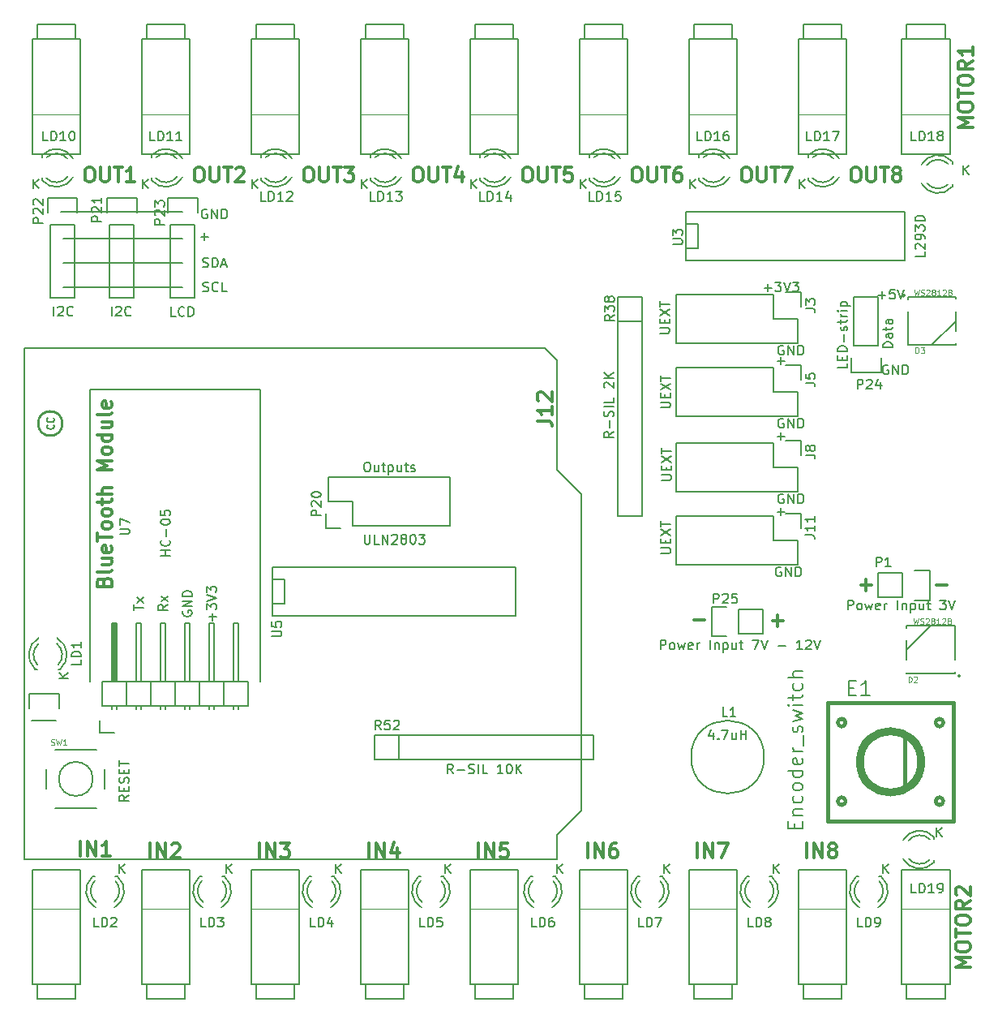
<source format=gbr>
G04 #@! TF.FileFunction,Legend,Top*
%FSLAX46Y46*%
G04 Gerber Fmt 4.6, Leading zero omitted, Abs format (unit mm)*
G04 Created by KiCad (PCBNEW (2014-12-08 BZR 5317)-product) date sam. 06 juin 2015 11:44:28 CEST*
%MOMM*%
G01*
G04 APERTURE LIST*
%ADD10C,0.100000*%
%ADD11C,0.200000*%
%ADD12C,0.300000*%
%ADD13C,0.150000*%
%ADD14C,0.381000*%
%ADD15C,0.203200*%
%ADD16C,0.280000*%
%ADD17C,0.050000*%
%ADD18C,0.200660*%
%ADD19C,0.304800*%
%ADD20C,0.160000*%
G04 APERTURE END LIST*
D10*
D11*
X98298000Y-87376000D02*
X98298000Y-140716000D01*
X152654000Y-87376000D02*
X98298000Y-87376000D01*
X152908000Y-87630000D02*
X152654000Y-87376000D01*
X153924000Y-88646000D02*
X152908000Y-87630000D01*
X153924000Y-100076000D02*
X153924000Y-88646000D01*
X156464000Y-102616000D02*
X153924000Y-100076000D01*
X156464000Y-135636000D02*
X156464000Y-102616000D01*
X153924000Y-138176000D02*
X156464000Y-135636000D01*
X153924000Y-140716000D02*
X153924000Y-138176000D01*
X98298000Y-140716000D02*
X153924000Y-140716000D01*
X122936000Y-91694000D02*
X122936000Y-122174000D01*
X105156000Y-91694000D02*
X122936000Y-91694000D01*
D12*
X106572857Y-111758857D02*
X106644286Y-111544571D01*
X106715714Y-111473143D01*
X106858571Y-111401714D01*
X107072857Y-111401714D01*
X107215714Y-111473143D01*
X107287143Y-111544571D01*
X107358571Y-111687429D01*
X107358571Y-112258857D01*
X105858571Y-112258857D01*
X105858571Y-111758857D01*
X105930000Y-111616000D01*
X106001429Y-111544571D01*
X106144286Y-111473143D01*
X106287143Y-111473143D01*
X106430000Y-111544571D01*
X106501429Y-111616000D01*
X106572857Y-111758857D01*
X106572857Y-112258857D01*
X107358571Y-110544571D02*
X107287143Y-110687429D01*
X107144286Y-110758857D01*
X105858571Y-110758857D01*
X106358571Y-109330286D02*
X107358571Y-109330286D01*
X106358571Y-109973143D02*
X107144286Y-109973143D01*
X107287143Y-109901715D01*
X107358571Y-109758857D01*
X107358571Y-109544572D01*
X107287143Y-109401715D01*
X107215714Y-109330286D01*
X107287143Y-108044572D02*
X107358571Y-108187429D01*
X107358571Y-108473143D01*
X107287143Y-108616000D01*
X107144286Y-108687429D01*
X106572857Y-108687429D01*
X106430000Y-108616000D01*
X106358571Y-108473143D01*
X106358571Y-108187429D01*
X106430000Y-108044572D01*
X106572857Y-107973143D01*
X106715714Y-107973143D01*
X106858571Y-108687429D01*
X105858571Y-107544572D02*
X105858571Y-106687429D01*
X107358571Y-107116000D02*
X105858571Y-107116000D01*
X107358571Y-105973143D02*
X107287143Y-106116001D01*
X107215714Y-106187429D01*
X107072857Y-106258858D01*
X106644286Y-106258858D01*
X106501429Y-106187429D01*
X106430000Y-106116001D01*
X106358571Y-105973143D01*
X106358571Y-105758858D01*
X106430000Y-105616001D01*
X106501429Y-105544572D01*
X106644286Y-105473143D01*
X107072857Y-105473143D01*
X107215714Y-105544572D01*
X107287143Y-105616001D01*
X107358571Y-105758858D01*
X107358571Y-105973143D01*
X107358571Y-104616000D02*
X107287143Y-104758858D01*
X107215714Y-104830286D01*
X107072857Y-104901715D01*
X106644286Y-104901715D01*
X106501429Y-104830286D01*
X106430000Y-104758858D01*
X106358571Y-104616000D01*
X106358571Y-104401715D01*
X106430000Y-104258858D01*
X106501429Y-104187429D01*
X106644286Y-104116000D01*
X107072857Y-104116000D01*
X107215714Y-104187429D01*
X107287143Y-104258858D01*
X107358571Y-104401715D01*
X107358571Y-104616000D01*
X106358571Y-103687429D02*
X106358571Y-103116000D01*
X105858571Y-103473143D02*
X107144286Y-103473143D01*
X107287143Y-103401715D01*
X107358571Y-103258857D01*
X107358571Y-103116000D01*
X107358571Y-102616000D02*
X105858571Y-102616000D01*
X107358571Y-101973143D02*
X106572857Y-101973143D01*
X106430000Y-102044572D01*
X106358571Y-102187429D01*
X106358571Y-102401714D01*
X106430000Y-102544572D01*
X106501429Y-102616000D01*
X107358571Y-100116000D02*
X105858571Y-100116000D01*
X106930000Y-99616000D01*
X105858571Y-99116000D01*
X107358571Y-99116000D01*
X107358571Y-98187428D02*
X107287143Y-98330286D01*
X107215714Y-98401714D01*
X107072857Y-98473143D01*
X106644286Y-98473143D01*
X106501429Y-98401714D01*
X106430000Y-98330286D01*
X106358571Y-98187428D01*
X106358571Y-97973143D01*
X106430000Y-97830286D01*
X106501429Y-97758857D01*
X106644286Y-97687428D01*
X107072857Y-97687428D01*
X107215714Y-97758857D01*
X107287143Y-97830286D01*
X107358571Y-97973143D01*
X107358571Y-98187428D01*
X107358571Y-96401714D02*
X105858571Y-96401714D01*
X107287143Y-96401714D02*
X107358571Y-96544571D01*
X107358571Y-96830285D01*
X107287143Y-96973143D01*
X107215714Y-97044571D01*
X107072857Y-97116000D01*
X106644286Y-97116000D01*
X106501429Y-97044571D01*
X106430000Y-96973143D01*
X106358571Y-96830285D01*
X106358571Y-96544571D01*
X106430000Y-96401714D01*
X106358571Y-95044571D02*
X107358571Y-95044571D01*
X106358571Y-95687428D02*
X107144286Y-95687428D01*
X107287143Y-95616000D01*
X107358571Y-95473142D01*
X107358571Y-95258857D01*
X107287143Y-95116000D01*
X107215714Y-95044571D01*
X107358571Y-94115999D02*
X107287143Y-94258857D01*
X107144286Y-94330285D01*
X105858571Y-94330285D01*
X107287143Y-92973143D02*
X107358571Y-93116000D01*
X107358571Y-93401714D01*
X107287143Y-93544571D01*
X107144286Y-93616000D01*
X106572857Y-93616000D01*
X106430000Y-93544571D01*
X106358571Y-93401714D01*
X106358571Y-93116000D01*
X106430000Y-92973143D01*
X106572857Y-92901714D01*
X106715714Y-92901714D01*
X106858571Y-93616000D01*
D11*
X105156000Y-122174000D02*
X105156000Y-91694000D01*
X102362000Y-81026000D02*
X114808000Y-81026000D01*
X102362000Y-78486000D02*
X114808000Y-78486000D01*
X102362000Y-75946000D02*
X114808000Y-75946000D01*
X114808000Y-73152000D02*
X102362000Y-73152000D01*
X102108000Y-73152000D02*
X114808000Y-73152000D01*
X109164381Y-134040381D02*
X108688190Y-134373715D01*
X109164381Y-134611810D02*
X108164381Y-134611810D01*
X108164381Y-134230857D01*
X108212000Y-134135619D01*
X108259619Y-134088000D01*
X108354857Y-134040381D01*
X108497714Y-134040381D01*
X108592952Y-134088000D01*
X108640571Y-134135619D01*
X108688190Y-134230857D01*
X108688190Y-134611810D01*
X108640571Y-133611810D02*
X108640571Y-133278476D01*
X109164381Y-133135619D02*
X109164381Y-133611810D01*
X108164381Y-133611810D01*
X108164381Y-133135619D01*
X109116762Y-132754667D02*
X109164381Y-132611810D01*
X109164381Y-132373714D01*
X109116762Y-132278476D01*
X109069143Y-132230857D01*
X108973905Y-132183238D01*
X108878667Y-132183238D01*
X108783429Y-132230857D01*
X108735810Y-132278476D01*
X108688190Y-132373714D01*
X108640571Y-132564191D01*
X108592952Y-132659429D01*
X108545333Y-132707048D01*
X108450095Y-132754667D01*
X108354857Y-132754667D01*
X108259619Y-132707048D01*
X108212000Y-132659429D01*
X108164381Y-132564191D01*
X108164381Y-132326095D01*
X108212000Y-132183238D01*
X108640571Y-131754667D02*
X108640571Y-131421333D01*
X109164381Y-131278476D02*
X109164381Y-131754667D01*
X108164381Y-131754667D01*
X108164381Y-131278476D01*
X108164381Y-130992762D02*
X108164381Y-130421333D01*
X109164381Y-130707048D02*
X108164381Y-130707048D01*
X109688381Y-114736476D02*
X109688381Y-114165047D01*
X110688381Y-114450762D02*
X109688381Y-114450762D01*
X110688381Y-113926952D02*
X110021714Y-113403142D01*
X110021714Y-113926952D02*
X110688381Y-113403142D01*
X113228381Y-114141238D02*
X112752190Y-114474572D01*
X113228381Y-114712667D02*
X112228381Y-114712667D01*
X112228381Y-114331714D01*
X112276000Y-114236476D01*
X112323619Y-114188857D01*
X112418857Y-114141238D01*
X112561714Y-114141238D01*
X112656952Y-114188857D01*
X112704571Y-114236476D01*
X112752190Y-114331714D01*
X112752190Y-114712667D01*
X113228381Y-113807905D02*
X112561714Y-113284095D01*
X112561714Y-113807905D02*
X113228381Y-113284095D01*
X117927429Y-115807905D02*
X117927429Y-115046000D01*
X118308381Y-115426952D02*
X117546476Y-115426952D01*
X117308381Y-114665048D02*
X117308381Y-114046000D01*
X117689333Y-114379334D01*
X117689333Y-114236476D01*
X117736952Y-114141238D01*
X117784571Y-114093619D01*
X117879810Y-114046000D01*
X118117905Y-114046000D01*
X118213143Y-114093619D01*
X118260762Y-114141238D01*
X118308381Y-114236476D01*
X118308381Y-114522191D01*
X118260762Y-114617429D01*
X118213143Y-114665048D01*
X117308381Y-113760286D02*
X118308381Y-113426953D01*
X117308381Y-113093619D01*
X117308381Y-112855524D02*
X117308381Y-112236476D01*
X117689333Y-112569810D01*
X117689333Y-112426952D01*
X117736952Y-112331714D01*
X117784571Y-112284095D01*
X117879810Y-112236476D01*
X118117905Y-112236476D01*
X118213143Y-112284095D01*
X118260762Y-112331714D01*
X118308381Y-112426952D01*
X118308381Y-112712667D01*
X118260762Y-112807905D01*
X118213143Y-112855524D01*
X114816000Y-114807904D02*
X114768381Y-114903142D01*
X114768381Y-115045999D01*
X114816000Y-115188857D01*
X114911238Y-115284095D01*
X115006476Y-115331714D01*
X115196952Y-115379333D01*
X115339810Y-115379333D01*
X115530286Y-115331714D01*
X115625524Y-115284095D01*
X115720762Y-115188857D01*
X115768381Y-115045999D01*
X115768381Y-114950761D01*
X115720762Y-114807904D01*
X115673143Y-114760285D01*
X115339810Y-114760285D01*
X115339810Y-114950761D01*
X115768381Y-114331714D02*
X114768381Y-114331714D01*
X115768381Y-113760285D01*
X114768381Y-113760285D01*
X115768381Y-113284095D02*
X114768381Y-113284095D01*
X114768381Y-113046000D01*
X114816000Y-112903142D01*
X114911238Y-112807904D01*
X115006476Y-112760285D01*
X115196952Y-112712666D01*
X115339810Y-112712666D01*
X115530286Y-112760285D01*
X115625524Y-112807904D01*
X115720762Y-112903142D01*
X115768381Y-113046000D01*
X115768381Y-113284095D01*
X188920381Y-87304381D02*
X187920381Y-87304381D01*
X187920381Y-87066286D01*
X187968000Y-86923428D01*
X188063238Y-86828190D01*
X188158476Y-86780571D01*
X188348952Y-86732952D01*
X188491810Y-86732952D01*
X188682286Y-86780571D01*
X188777524Y-86828190D01*
X188872762Y-86923428D01*
X188920381Y-87066286D01*
X188920381Y-87304381D01*
X188920381Y-85875809D02*
X188396571Y-85875809D01*
X188301333Y-85923428D01*
X188253714Y-86018666D01*
X188253714Y-86209143D01*
X188301333Y-86304381D01*
X188872762Y-85875809D02*
X188920381Y-85971047D01*
X188920381Y-86209143D01*
X188872762Y-86304381D01*
X188777524Y-86352000D01*
X188682286Y-86352000D01*
X188587048Y-86304381D01*
X188539429Y-86209143D01*
X188539429Y-85971047D01*
X188491810Y-85875809D01*
X188253714Y-85542476D02*
X188253714Y-85161524D01*
X187920381Y-85399619D02*
X188777524Y-85399619D01*
X188872762Y-85352000D01*
X188920381Y-85256762D01*
X188920381Y-85161524D01*
X188920381Y-84399618D02*
X188396571Y-84399618D01*
X188301333Y-84447237D01*
X188253714Y-84542475D01*
X188253714Y-84732952D01*
X188301333Y-84828190D01*
X188872762Y-84399618D02*
X188920381Y-84494856D01*
X188920381Y-84732952D01*
X188872762Y-84828190D01*
X188777524Y-84875809D01*
X188682286Y-84875809D01*
X188587048Y-84828190D01*
X188539429Y-84732952D01*
X188539429Y-84494856D01*
X188491810Y-84399618D01*
X187436286Y-81859429D02*
X188198191Y-81859429D01*
X187817239Y-82240381D02*
X187817239Y-81478476D01*
X189150572Y-81240381D02*
X188674381Y-81240381D01*
X188626762Y-81716571D01*
X188674381Y-81668952D01*
X188769619Y-81621333D01*
X189007715Y-81621333D01*
X189102953Y-81668952D01*
X189150572Y-81716571D01*
X189198191Y-81811810D01*
X189198191Y-82049905D01*
X189150572Y-82145143D01*
X189102953Y-82192762D01*
X189007715Y-82240381D01*
X188769619Y-82240381D01*
X188674381Y-82192762D01*
X188626762Y-82145143D01*
X189483905Y-81240381D02*
X189817238Y-82240381D01*
X190150572Y-81240381D01*
X188468096Y-89162000D02*
X188372858Y-89114381D01*
X188230001Y-89114381D01*
X188087143Y-89162000D01*
X187991905Y-89257238D01*
X187944286Y-89352476D01*
X187896667Y-89542952D01*
X187896667Y-89685810D01*
X187944286Y-89876286D01*
X187991905Y-89971524D01*
X188087143Y-90066762D01*
X188230001Y-90114381D01*
X188325239Y-90114381D01*
X188468096Y-90066762D01*
X188515715Y-90019143D01*
X188515715Y-89685810D01*
X188325239Y-89685810D01*
X188944286Y-90114381D02*
X188944286Y-89114381D01*
X189515715Y-90114381D01*
X189515715Y-89114381D01*
X189991905Y-90114381D02*
X189991905Y-89114381D01*
X190230000Y-89114381D01*
X190372858Y-89162000D01*
X190468096Y-89257238D01*
X190515715Y-89352476D01*
X190563334Y-89542952D01*
X190563334Y-89685810D01*
X190515715Y-89876286D01*
X190468096Y-89971524D01*
X190372858Y-90066762D01*
X190230000Y-90114381D01*
X189991905Y-90114381D01*
X176911048Y-104465429D02*
X177672953Y-104465429D01*
X177292001Y-104846381D02*
X177292001Y-104084476D01*
X176911048Y-96591429D02*
X177672953Y-96591429D01*
X177292001Y-96972381D02*
X177292001Y-96210476D01*
X176911048Y-88717429D02*
X177672953Y-88717429D01*
X177292001Y-89098381D02*
X177292001Y-88336476D01*
X175530095Y-81097429D02*
X176292000Y-81097429D01*
X175911048Y-81478381D02*
X175911048Y-80716476D01*
X176672952Y-80478381D02*
X177292000Y-80478381D01*
X176958666Y-80859333D01*
X177101524Y-80859333D01*
X177196762Y-80906952D01*
X177244381Y-80954571D01*
X177292000Y-81049810D01*
X177292000Y-81287905D01*
X177244381Y-81383143D01*
X177196762Y-81430762D01*
X177101524Y-81478381D01*
X176815809Y-81478381D01*
X176720571Y-81430762D01*
X176672952Y-81383143D01*
X177577714Y-80478381D02*
X177911047Y-81478381D01*
X178244381Y-80478381D01*
X178482476Y-80478381D02*
X179101524Y-80478381D01*
X178768190Y-80859333D01*
X178911048Y-80859333D01*
X179006286Y-80906952D01*
X179053905Y-80954571D01*
X179101524Y-81049810D01*
X179101524Y-81287905D01*
X179053905Y-81383143D01*
X179006286Y-81430762D01*
X178911048Y-81478381D01*
X178625333Y-81478381D01*
X178530095Y-81430762D01*
X178482476Y-81383143D01*
X177292096Y-110244000D02*
X177196858Y-110196381D01*
X177054001Y-110196381D01*
X176911143Y-110244000D01*
X176815905Y-110339238D01*
X176768286Y-110434476D01*
X176720667Y-110624952D01*
X176720667Y-110767810D01*
X176768286Y-110958286D01*
X176815905Y-111053524D01*
X176911143Y-111148762D01*
X177054001Y-111196381D01*
X177149239Y-111196381D01*
X177292096Y-111148762D01*
X177339715Y-111101143D01*
X177339715Y-110767810D01*
X177149239Y-110767810D01*
X177768286Y-111196381D02*
X177768286Y-110196381D01*
X178339715Y-111196381D01*
X178339715Y-110196381D01*
X178815905Y-111196381D02*
X178815905Y-110196381D01*
X179054000Y-110196381D01*
X179196858Y-110244000D01*
X179292096Y-110339238D01*
X179339715Y-110434476D01*
X179387334Y-110624952D01*
X179387334Y-110767810D01*
X179339715Y-110958286D01*
X179292096Y-111053524D01*
X179196858Y-111148762D01*
X179054000Y-111196381D01*
X178815905Y-111196381D01*
X177546096Y-102624000D02*
X177450858Y-102576381D01*
X177308001Y-102576381D01*
X177165143Y-102624000D01*
X177069905Y-102719238D01*
X177022286Y-102814476D01*
X176974667Y-103004952D01*
X176974667Y-103147810D01*
X177022286Y-103338286D01*
X177069905Y-103433524D01*
X177165143Y-103528762D01*
X177308001Y-103576381D01*
X177403239Y-103576381D01*
X177546096Y-103528762D01*
X177593715Y-103481143D01*
X177593715Y-103147810D01*
X177403239Y-103147810D01*
X178022286Y-103576381D02*
X178022286Y-102576381D01*
X178593715Y-103576381D01*
X178593715Y-102576381D01*
X179069905Y-103576381D02*
X179069905Y-102576381D01*
X179308000Y-102576381D01*
X179450858Y-102624000D01*
X179546096Y-102719238D01*
X179593715Y-102814476D01*
X179641334Y-103004952D01*
X179641334Y-103147810D01*
X179593715Y-103338286D01*
X179546096Y-103433524D01*
X179450858Y-103528762D01*
X179308000Y-103576381D01*
X179069905Y-103576381D01*
X177546096Y-94750000D02*
X177450858Y-94702381D01*
X177308001Y-94702381D01*
X177165143Y-94750000D01*
X177069905Y-94845238D01*
X177022286Y-94940476D01*
X176974667Y-95130952D01*
X176974667Y-95273810D01*
X177022286Y-95464286D01*
X177069905Y-95559524D01*
X177165143Y-95654762D01*
X177308001Y-95702381D01*
X177403239Y-95702381D01*
X177546096Y-95654762D01*
X177593715Y-95607143D01*
X177593715Y-95273810D01*
X177403239Y-95273810D01*
X178022286Y-95702381D02*
X178022286Y-94702381D01*
X178593715Y-95702381D01*
X178593715Y-94702381D01*
X179069905Y-95702381D02*
X179069905Y-94702381D01*
X179308000Y-94702381D01*
X179450858Y-94750000D01*
X179546096Y-94845238D01*
X179593715Y-94940476D01*
X179641334Y-95130952D01*
X179641334Y-95273810D01*
X179593715Y-95464286D01*
X179546096Y-95559524D01*
X179450858Y-95654762D01*
X179308000Y-95702381D01*
X179069905Y-95702381D01*
X177546096Y-87130000D02*
X177450858Y-87082381D01*
X177308001Y-87082381D01*
X177165143Y-87130000D01*
X177069905Y-87225238D01*
X177022286Y-87320476D01*
X176974667Y-87510952D01*
X176974667Y-87653810D01*
X177022286Y-87844286D01*
X177069905Y-87939524D01*
X177165143Y-88034762D01*
X177308001Y-88082381D01*
X177403239Y-88082381D01*
X177546096Y-88034762D01*
X177593715Y-87987143D01*
X177593715Y-87653810D01*
X177403239Y-87653810D01*
X178022286Y-88082381D02*
X178022286Y-87082381D01*
X178593715Y-88082381D01*
X178593715Y-87082381D01*
X179069905Y-88082381D02*
X179069905Y-87082381D01*
X179308000Y-87082381D01*
X179450858Y-87130000D01*
X179546096Y-87225238D01*
X179593715Y-87320476D01*
X179641334Y-87510952D01*
X179641334Y-87653810D01*
X179593715Y-87844286D01*
X179546096Y-87939524D01*
X179450858Y-88034762D01*
X179308000Y-88082381D01*
X179069905Y-88082381D01*
X116919524Y-81430762D02*
X117062381Y-81478381D01*
X117300477Y-81478381D01*
X117395715Y-81430762D01*
X117443334Y-81383143D01*
X117490953Y-81287905D01*
X117490953Y-81192667D01*
X117443334Y-81097429D01*
X117395715Y-81049810D01*
X117300477Y-81002190D01*
X117110000Y-80954571D01*
X117014762Y-80906952D01*
X116967143Y-80859333D01*
X116919524Y-80764095D01*
X116919524Y-80668857D01*
X116967143Y-80573619D01*
X117014762Y-80526000D01*
X117110000Y-80478381D01*
X117348096Y-80478381D01*
X117490953Y-80526000D01*
X118490953Y-81383143D02*
X118443334Y-81430762D01*
X118300477Y-81478381D01*
X118205239Y-81478381D01*
X118062381Y-81430762D01*
X117967143Y-81335524D01*
X117919524Y-81240286D01*
X117871905Y-81049810D01*
X117871905Y-80906952D01*
X117919524Y-80716476D01*
X117967143Y-80621238D01*
X118062381Y-80526000D01*
X118205239Y-80478381D01*
X118300477Y-80478381D01*
X118443334Y-80526000D01*
X118490953Y-80573619D01*
X119395715Y-81478381D02*
X118919524Y-81478381D01*
X118919524Y-80478381D01*
X116895714Y-78890762D02*
X117038571Y-78938381D01*
X117276667Y-78938381D01*
X117371905Y-78890762D01*
X117419524Y-78843143D01*
X117467143Y-78747905D01*
X117467143Y-78652667D01*
X117419524Y-78557429D01*
X117371905Y-78509810D01*
X117276667Y-78462190D01*
X117086190Y-78414571D01*
X116990952Y-78366952D01*
X116943333Y-78319333D01*
X116895714Y-78224095D01*
X116895714Y-78128857D01*
X116943333Y-78033619D01*
X116990952Y-77986000D01*
X117086190Y-77938381D01*
X117324286Y-77938381D01*
X117467143Y-77986000D01*
X117895714Y-78938381D02*
X117895714Y-77938381D01*
X118133809Y-77938381D01*
X118276667Y-77986000D01*
X118371905Y-78081238D01*
X118419524Y-78176476D01*
X118467143Y-78366952D01*
X118467143Y-78509810D01*
X118419524Y-78700286D01*
X118371905Y-78795524D01*
X118276667Y-78890762D01*
X118133809Y-78938381D01*
X117895714Y-78938381D01*
X118848095Y-78652667D02*
X119324286Y-78652667D01*
X118752857Y-78938381D02*
X119086190Y-77938381D01*
X119419524Y-78938381D01*
X116713048Y-75763429D02*
X117474953Y-75763429D01*
X117094001Y-76144381D02*
X117094001Y-75382476D01*
X117348096Y-72906000D02*
X117252858Y-72858381D01*
X117110001Y-72858381D01*
X116967143Y-72906000D01*
X116871905Y-73001238D01*
X116824286Y-73096476D01*
X116776667Y-73286952D01*
X116776667Y-73429810D01*
X116824286Y-73620286D01*
X116871905Y-73715524D01*
X116967143Y-73810762D01*
X117110001Y-73858381D01*
X117205239Y-73858381D01*
X117348096Y-73810762D01*
X117395715Y-73763143D01*
X117395715Y-73429810D01*
X117205239Y-73429810D01*
X117824286Y-73858381D02*
X117824286Y-72858381D01*
X118395715Y-73858381D01*
X118395715Y-72858381D01*
X118871905Y-73858381D02*
X118871905Y-72858381D01*
X119110000Y-72858381D01*
X119252858Y-72906000D01*
X119348096Y-73001238D01*
X119395715Y-73096476D01*
X119443334Y-73286952D01*
X119443334Y-73429810D01*
X119395715Y-73620286D01*
X119348096Y-73715524D01*
X119252858Y-73810762D01*
X119110000Y-73858381D01*
X118871905Y-73858381D01*
D12*
X193484572Y-112121143D02*
X194627429Y-112121143D01*
X185610572Y-112121143D02*
X186753429Y-112121143D01*
X186182000Y-112692571D02*
X186182000Y-111549714D01*
X168186172Y-115778743D02*
X169329029Y-115778743D01*
X176364972Y-115829543D02*
X177507829Y-115829543D01*
X176936400Y-116400971D02*
X176936400Y-115258114D01*
D13*
X192913000Y-116372000D02*
X190413000Y-118872000D01*
X195413000Y-121372000D02*
X195413000Y-121172000D01*
X193863000Y-121372000D02*
X195413000Y-121372000D01*
X195413000Y-119172000D02*
X195413000Y-119872000D01*
X190413000Y-121372000D02*
X193913000Y-121372000D01*
X195413000Y-119172000D02*
X195413000Y-116572000D01*
X196004421Y-121572000D02*
G75*
G03X196004421Y-121572000I-141421J0D01*
G01*
X190413000Y-119872000D02*
X190413000Y-117872000D01*
X190413000Y-116572000D02*
X190413000Y-116372000D01*
X190413000Y-116372000D02*
X195413000Y-116372000D01*
X195413000Y-116372000D02*
X195413000Y-116572000D01*
X190413000Y-121372000D02*
X190413000Y-121222000D01*
X193040000Y-87082000D02*
X195540000Y-84582000D01*
X190540000Y-82082000D02*
X190540000Y-82282000D01*
X192090000Y-82082000D02*
X190540000Y-82082000D01*
X190540000Y-84282000D02*
X190540000Y-83582000D01*
X195540000Y-82082000D02*
X192040000Y-82082000D01*
X190540000Y-84282000D02*
X190540000Y-86882000D01*
X190231421Y-81882000D02*
G75*
G03X190231421Y-81882000I-141421J0D01*
G01*
X195540000Y-83582000D02*
X195540000Y-85582000D01*
X195540000Y-86882000D02*
X195540000Y-87082000D01*
X195540000Y-87082000D02*
X190540000Y-87082000D01*
X190540000Y-87082000D02*
X190540000Y-86882000D01*
X195540000Y-82082000D02*
X195540000Y-82232000D01*
D14*
X184023000Y-134655560D02*
G75*
G03X184023000Y-134655560I-401320J0D01*
G01*
X184023000Y-126456440D02*
G75*
G03X184023000Y-126456440I-401320J0D01*
G01*
X194221100Y-134655560D02*
G75*
G03X194221100Y-134655560I-398780J0D01*
G01*
X194223640Y-126456440D02*
G75*
G03X194223640Y-126456440I-401320J0D01*
G01*
X190223140Y-127955040D02*
X190223140Y-133156960D01*
X191721740Y-130556000D02*
G75*
G03X191721740Y-130556000I-2999740J0D01*
G01*
X192123060Y-130556000D02*
G75*
G03X192123060Y-130556000I-3401060J0D01*
G01*
X182123080Y-124355860D02*
X182123080Y-136756140D01*
X182123080Y-136756140D02*
X195320920Y-136756140D01*
X195320920Y-136756140D02*
X195320920Y-124355860D01*
X195320920Y-124355860D02*
X182123080Y-124355860D01*
D13*
X179070000Y-86868000D02*
X166370000Y-86868000D01*
X166370000Y-86868000D02*
X166370000Y-81788000D01*
X166370000Y-81788000D02*
X176530000Y-81788000D01*
X179070000Y-86868000D02*
X179070000Y-84328000D01*
X179350000Y-83058000D02*
X179350000Y-81508000D01*
X179070000Y-84328000D02*
X176530000Y-84328000D01*
X176530000Y-84328000D02*
X176530000Y-81788000D01*
X179350000Y-81508000D02*
X177800000Y-81508000D01*
X179070000Y-94488000D02*
X166370000Y-94488000D01*
X166370000Y-94488000D02*
X166370000Y-89408000D01*
X166370000Y-89408000D02*
X176530000Y-89408000D01*
X179070000Y-94488000D02*
X179070000Y-91948000D01*
X179350000Y-90678000D02*
X179350000Y-89128000D01*
X179070000Y-91948000D02*
X176530000Y-91948000D01*
X176530000Y-91948000D02*
X176530000Y-89408000D01*
X179350000Y-89128000D02*
X177800000Y-89128000D01*
X179070000Y-102362000D02*
X166370000Y-102362000D01*
X166370000Y-102362000D02*
X166370000Y-97282000D01*
X166370000Y-97282000D02*
X176530000Y-97282000D01*
X179070000Y-102362000D02*
X179070000Y-99822000D01*
X179350000Y-98552000D02*
X179350000Y-97002000D01*
X179070000Y-99822000D02*
X176530000Y-99822000D01*
X176530000Y-99822000D02*
X176530000Y-97282000D01*
X179350000Y-97002000D02*
X177800000Y-97002000D01*
X175514000Y-130048000D02*
G75*
G03X175514000Y-130048000I-3810000J0D01*
G01*
X130048000Y-100838000D02*
X142748000Y-100838000D01*
X142748000Y-100838000D02*
X142748000Y-105918000D01*
X142748000Y-105918000D02*
X132588000Y-105918000D01*
X130048000Y-100838000D02*
X130048000Y-103378000D01*
X129768000Y-104648000D02*
X129768000Y-106198000D01*
X130048000Y-103378000D02*
X132588000Y-103378000D01*
X132588000Y-103378000D02*
X132588000Y-105918000D01*
X129768000Y-106198000D02*
X131318000Y-106198000D01*
X107188000Y-74549000D02*
X107188000Y-82169000D01*
X109728000Y-74549000D02*
X109728000Y-82169000D01*
X110008000Y-71729000D02*
X110008000Y-73279000D01*
X107188000Y-82169000D02*
X109728000Y-82169000D01*
X109728000Y-74549000D02*
X107188000Y-74549000D01*
X106908000Y-73279000D02*
X106908000Y-71729000D01*
X106908000Y-71729000D02*
X110008000Y-71729000D01*
X100965000Y-74549000D02*
X100965000Y-82169000D01*
X103505000Y-74549000D02*
X103505000Y-82169000D01*
X103785000Y-71729000D02*
X103785000Y-73279000D01*
X100965000Y-82169000D02*
X103505000Y-82169000D01*
X103505000Y-74549000D02*
X100965000Y-74549000D01*
X100685000Y-73279000D02*
X100685000Y-71729000D01*
X100685000Y-71729000D02*
X103785000Y-71729000D01*
X113538000Y-74549000D02*
X113538000Y-82169000D01*
X116078000Y-74549000D02*
X116078000Y-82169000D01*
X116358000Y-71729000D02*
X116358000Y-73279000D01*
X113538000Y-82169000D02*
X116078000Y-82169000D01*
X116078000Y-74549000D02*
X113538000Y-74549000D01*
X113258000Y-73279000D02*
X113258000Y-71729000D01*
X113258000Y-71729000D02*
X116358000Y-71729000D01*
X187452000Y-87122000D02*
X187452000Y-82042000D01*
X187452000Y-82042000D02*
X184912000Y-82042000D01*
X184912000Y-82042000D02*
X184912000Y-87122000D01*
X184632000Y-89942000D02*
X184632000Y-88392000D01*
X184912000Y-87122000D02*
X187452000Y-87122000D01*
X187732000Y-88392000D02*
X187732000Y-89942000D01*
X187732000Y-89942000D02*
X184632000Y-89942000D01*
X162814000Y-104902000D02*
X160274000Y-104902000D01*
X160274000Y-104902000D02*
X160274000Y-82042000D01*
X160274000Y-82042000D02*
X162814000Y-82042000D01*
X162814000Y-104902000D02*
X162814000Y-82042000D01*
X162814000Y-84582000D02*
X160274000Y-84582000D01*
D15*
X101473000Y-135382000D02*
X105791000Y-135382000D01*
X105791000Y-129286000D02*
X101473000Y-129286000D01*
X100584000Y-133329680D02*
X100584000Y-131318000D01*
X106680000Y-133360160D02*
X106680000Y-131318000D01*
X105410000Y-132334000D02*
G75*
G03X105410000Y-132334000I-1778000J0D01*
G01*
D13*
X167386000Y-74422000D02*
X167386000Y-74422000D01*
X167386000Y-74422000D02*
X168656000Y-74422000D01*
X168656000Y-74422000D02*
X168656000Y-76962000D01*
X168656000Y-76962000D02*
X167386000Y-76962000D01*
X167386000Y-73152000D02*
X190246000Y-73152000D01*
X190246000Y-73152000D02*
X190246000Y-78232000D01*
X190246000Y-78232000D02*
X167386000Y-78232000D01*
X167386000Y-78232000D02*
X167386000Y-73152000D01*
X124206000Y-111506000D02*
X125476000Y-111506000D01*
X125476000Y-111506000D02*
X125476000Y-114046000D01*
X125476000Y-114046000D02*
X124206000Y-114046000D01*
X124206000Y-110236000D02*
X149606000Y-110236000D01*
X149606000Y-110236000D02*
X149606000Y-115316000D01*
X149606000Y-115316000D02*
X124206000Y-115316000D01*
X124206000Y-115316000D02*
X124206000Y-110236000D01*
X106146000Y-127538000D02*
X107696000Y-127538000D01*
X106146000Y-126238000D02*
X106146000Y-127538000D01*
X107569000Y-122047000D02*
X107569000Y-116205000D01*
X107569000Y-116205000D02*
X107823000Y-116205000D01*
X107823000Y-116205000D02*
X107823000Y-122047000D01*
X107823000Y-122047000D02*
X107696000Y-122047000D01*
X107696000Y-122047000D02*
X107696000Y-116205000D01*
X107442000Y-124714000D02*
X107442000Y-125095000D01*
X107950000Y-124714000D02*
X107950000Y-125095000D01*
X109982000Y-124714000D02*
X109982000Y-125095000D01*
X110490000Y-124714000D02*
X110490000Y-125095000D01*
X112522000Y-124714000D02*
X112522000Y-125095000D01*
X113030000Y-124714000D02*
X113030000Y-125095000D01*
X120650000Y-124714000D02*
X120650000Y-125095000D01*
X120142000Y-124714000D02*
X120142000Y-125095000D01*
X118110000Y-124714000D02*
X118110000Y-125095000D01*
X117602000Y-124714000D02*
X117602000Y-125095000D01*
X115570000Y-124714000D02*
X115570000Y-125095000D01*
X115062000Y-124714000D02*
X115062000Y-125095000D01*
X106426000Y-124714000D02*
X106426000Y-122174000D01*
X108966000Y-124714000D02*
X108966000Y-122174000D01*
X108966000Y-124714000D02*
X111506000Y-124714000D01*
X111506000Y-124714000D02*
X111506000Y-122174000D01*
X109982000Y-122174000D02*
X109982000Y-116078000D01*
X109982000Y-116078000D02*
X110490000Y-116078000D01*
X110490000Y-116078000D02*
X110490000Y-122174000D01*
X111506000Y-122174000D02*
X108966000Y-122174000D01*
X108966000Y-122174000D02*
X106426000Y-122174000D01*
X107950000Y-116078000D02*
X107950000Y-122174000D01*
X107442000Y-116078000D02*
X107950000Y-116078000D01*
X107442000Y-122174000D02*
X107442000Y-116078000D01*
X108966000Y-124714000D02*
X108966000Y-122174000D01*
X106426000Y-124714000D02*
X108966000Y-124714000D01*
X116586000Y-124714000D02*
X116586000Y-122174000D01*
X116586000Y-124714000D02*
X119126000Y-124714000D01*
X119126000Y-124714000D02*
X119126000Y-122174000D01*
X117602000Y-122174000D02*
X117602000Y-116078000D01*
X117602000Y-116078000D02*
X118110000Y-116078000D01*
X118110000Y-116078000D02*
X118110000Y-122174000D01*
X119126000Y-122174000D02*
X116586000Y-122174000D01*
X121666000Y-122174000D02*
X119126000Y-122174000D01*
X120650000Y-116078000D02*
X120650000Y-122174000D01*
X120142000Y-116078000D02*
X120650000Y-116078000D01*
X120142000Y-122174000D02*
X120142000Y-116078000D01*
X121666000Y-124714000D02*
X121666000Y-122174000D01*
X119126000Y-124714000D02*
X121666000Y-124714000D01*
X119126000Y-124714000D02*
X119126000Y-122174000D01*
X114046000Y-124714000D02*
X114046000Y-122174000D01*
X114046000Y-124714000D02*
X116586000Y-124714000D01*
X116586000Y-124714000D02*
X116586000Y-122174000D01*
X115062000Y-122174000D02*
X115062000Y-116078000D01*
X115062000Y-116078000D02*
X115570000Y-116078000D01*
X115570000Y-116078000D02*
X115570000Y-122174000D01*
X116586000Y-122174000D02*
X114046000Y-122174000D01*
X114046000Y-122174000D02*
X111506000Y-122174000D01*
X113030000Y-116078000D02*
X113030000Y-122174000D01*
X112522000Y-116078000D02*
X113030000Y-116078000D01*
X112522000Y-122174000D02*
X112522000Y-116078000D01*
X114046000Y-124714000D02*
X114046000Y-122174000D01*
X111506000Y-124714000D02*
X114046000Y-124714000D01*
X111506000Y-124714000D02*
X111506000Y-122174000D01*
X179070000Y-109982000D02*
X166370000Y-109982000D01*
X166370000Y-109982000D02*
X166370000Y-104902000D01*
X166370000Y-104902000D02*
X176530000Y-104902000D01*
X179070000Y-109982000D02*
X179070000Y-107442000D01*
X179350000Y-106172000D02*
X179350000Y-104622000D01*
X179070000Y-107442000D02*
X176530000Y-107442000D01*
X176530000Y-107442000D02*
X176530000Y-104902000D01*
X179350000Y-104622000D02*
X177800000Y-104622000D01*
X101991000Y-120880000D02*
X101771000Y-120880000D01*
X99391000Y-120880000D02*
X99641000Y-120880000D01*
X99752928Y-117626576D02*
G75*
G03X99391000Y-120880000I958072J-1753424D01*
G01*
X99729472Y-118237065D02*
G75*
G03X99621000Y-120420000I981528J-1142935D01*
G01*
X102017726Y-120867220D02*
G75*
G03X101671000Y-117630000I-1306726J1497220D01*
G01*
X101785518Y-120427812D02*
G75*
G03X101651000Y-118210000I-1074518J1047812D01*
G01*
X105400000Y-142518000D02*
X105620000Y-142518000D01*
X108000000Y-142518000D02*
X107750000Y-142518000D01*
X107638072Y-145771424D02*
G75*
G03X108000000Y-142518000I-958072J1753424D01*
G01*
X107661528Y-145160935D02*
G75*
G03X107770000Y-142978000I-981528J1142935D01*
G01*
X105373274Y-142530780D02*
G75*
G03X105720000Y-145768000I1306726J-1497220D01*
G01*
X105605482Y-142970188D02*
G75*
G03X105740000Y-145188000I1074518J-1047812D01*
G01*
X116576000Y-142518000D02*
X116796000Y-142518000D01*
X119176000Y-142518000D02*
X118926000Y-142518000D01*
X118814072Y-145771424D02*
G75*
G03X119176000Y-142518000I-958072J1753424D01*
G01*
X118837528Y-145160935D02*
G75*
G03X118946000Y-142978000I-981528J1142935D01*
G01*
X116549274Y-142530780D02*
G75*
G03X116896000Y-145768000I1306726J-1497220D01*
G01*
X116781482Y-142970188D02*
G75*
G03X116916000Y-145188000I1074518J-1047812D01*
G01*
X128006000Y-142518000D02*
X128226000Y-142518000D01*
X130606000Y-142518000D02*
X130356000Y-142518000D01*
X130244072Y-145771424D02*
G75*
G03X130606000Y-142518000I-958072J1753424D01*
G01*
X130267528Y-145160935D02*
G75*
G03X130376000Y-142978000I-981528J1142935D01*
G01*
X127979274Y-142530780D02*
G75*
G03X128326000Y-145768000I1306726J-1497220D01*
G01*
X128211482Y-142970188D02*
G75*
G03X128346000Y-145188000I1074518J-1047812D01*
G01*
X139436000Y-142518000D02*
X139656000Y-142518000D01*
X142036000Y-142518000D02*
X141786000Y-142518000D01*
X141674072Y-145771424D02*
G75*
G03X142036000Y-142518000I-958072J1753424D01*
G01*
X141697528Y-145160935D02*
G75*
G03X141806000Y-142978000I-981528J1142935D01*
G01*
X139409274Y-142530780D02*
G75*
G03X139756000Y-145768000I1306726J-1497220D01*
G01*
X139641482Y-142970188D02*
G75*
G03X139776000Y-145188000I1074518J-1047812D01*
G01*
X151120000Y-142518000D02*
X151340000Y-142518000D01*
X153720000Y-142518000D02*
X153470000Y-142518000D01*
X153358072Y-145771424D02*
G75*
G03X153720000Y-142518000I-958072J1753424D01*
G01*
X153381528Y-145160935D02*
G75*
G03X153490000Y-142978000I-981528J1142935D01*
G01*
X151093274Y-142530780D02*
G75*
G03X151440000Y-145768000I1306726J-1497220D01*
G01*
X151325482Y-142970188D02*
G75*
G03X151460000Y-145188000I1074518J-1047812D01*
G01*
X162296000Y-142518000D02*
X162516000Y-142518000D01*
X164896000Y-142518000D02*
X164646000Y-142518000D01*
X164534072Y-145771424D02*
G75*
G03X164896000Y-142518000I-958072J1753424D01*
G01*
X164557528Y-145160935D02*
G75*
G03X164666000Y-142978000I-981528J1142935D01*
G01*
X162269274Y-142530780D02*
G75*
G03X162616000Y-145768000I1306726J-1497220D01*
G01*
X162501482Y-142970188D02*
G75*
G03X162636000Y-145188000I1074518J-1047812D01*
G01*
X173726000Y-142518000D02*
X173946000Y-142518000D01*
X176326000Y-142518000D02*
X176076000Y-142518000D01*
X175964072Y-145771424D02*
G75*
G03X176326000Y-142518000I-958072J1753424D01*
G01*
X175987528Y-145160935D02*
G75*
G03X176096000Y-142978000I-981528J1142935D01*
G01*
X173699274Y-142530780D02*
G75*
G03X174046000Y-145768000I1306726J-1497220D01*
G01*
X173931482Y-142970188D02*
G75*
G03X174066000Y-145188000I1074518J-1047812D01*
G01*
X185156000Y-142518000D02*
X185376000Y-142518000D01*
X187756000Y-142518000D02*
X187506000Y-142518000D01*
X187394072Y-145771424D02*
G75*
G03X187756000Y-142518000I-958072J1753424D01*
G01*
X187417528Y-145160935D02*
G75*
G03X187526000Y-142978000I-981528J1142935D01*
G01*
X185129274Y-142530780D02*
G75*
G03X185476000Y-145768000I1306726J-1497220D01*
G01*
X185361482Y-142970188D02*
G75*
G03X185496000Y-145188000I1074518J-1047812D01*
G01*
X100100000Y-69860000D02*
X100100000Y-69640000D01*
X100100000Y-67260000D02*
X100100000Y-67510000D01*
X103353424Y-67621928D02*
G75*
G03X100100000Y-67260000I-1753424J-958072D01*
G01*
X102742935Y-67598472D02*
G75*
G03X100560000Y-67490000I-1142935J-981528D01*
G01*
X100112780Y-69886726D02*
G75*
G03X103350000Y-69540000I1497220J1306726D01*
G01*
X100552188Y-69654518D02*
G75*
G03X102770000Y-69520000I1047812J1074518D01*
G01*
X111530000Y-69860000D02*
X111530000Y-69640000D01*
X111530000Y-67260000D02*
X111530000Y-67510000D01*
X114783424Y-67621928D02*
G75*
G03X111530000Y-67260000I-1753424J-958072D01*
G01*
X114172935Y-67598472D02*
G75*
G03X111990000Y-67490000I-1142935J-981528D01*
G01*
X111542780Y-69886726D02*
G75*
G03X114780000Y-69540000I1497220J1306726D01*
G01*
X111982188Y-69654518D02*
G75*
G03X114200000Y-69520000I1047812J1074518D01*
G01*
X122960000Y-69860000D02*
X122960000Y-69640000D01*
X122960000Y-67260000D02*
X122960000Y-67510000D01*
X126213424Y-67621928D02*
G75*
G03X122960000Y-67260000I-1753424J-958072D01*
G01*
X125602935Y-67598472D02*
G75*
G03X123420000Y-67490000I-1142935J-981528D01*
G01*
X122972780Y-69886726D02*
G75*
G03X126210000Y-69540000I1497220J1306726D01*
G01*
X123412188Y-69654518D02*
G75*
G03X125630000Y-69520000I1047812J1074518D01*
G01*
X134390000Y-69860000D02*
X134390000Y-69640000D01*
X134390000Y-67260000D02*
X134390000Y-67510000D01*
X137643424Y-67621928D02*
G75*
G03X134390000Y-67260000I-1753424J-958072D01*
G01*
X137032935Y-67598472D02*
G75*
G03X134850000Y-67490000I-1142935J-981528D01*
G01*
X134402780Y-69886726D02*
G75*
G03X137640000Y-69540000I1497220J1306726D01*
G01*
X134842188Y-69654518D02*
G75*
G03X137060000Y-69520000I1047812J1074518D01*
G01*
X145820000Y-69860000D02*
X145820000Y-69640000D01*
X145820000Y-67260000D02*
X145820000Y-67510000D01*
X149073424Y-67621928D02*
G75*
G03X145820000Y-67260000I-1753424J-958072D01*
G01*
X148462935Y-67598472D02*
G75*
G03X146280000Y-67490000I-1142935J-981528D01*
G01*
X145832780Y-69886726D02*
G75*
G03X149070000Y-69540000I1497220J1306726D01*
G01*
X146272188Y-69654518D02*
G75*
G03X148490000Y-69520000I1047812J1074518D01*
G01*
X157250000Y-69860000D02*
X157250000Y-69640000D01*
X157250000Y-67260000D02*
X157250000Y-67510000D01*
X160503424Y-67621928D02*
G75*
G03X157250000Y-67260000I-1753424J-958072D01*
G01*
X159892935Y-67598472D02*
G75*
G03X157710000Y-67490000I-1142935J-981528D01*
G01*
X157262780Y-69886726D02*
G75*
G03X160500000Y-69540000I1497220J1306726D01*
G01*
X157702188Y-69654518D02*
G75*
G03X159920000Y-69520000I1047812J1074518D01*
G01*
X168680000Y-69860000D02*
X168680000Y-69640000D01*
X168680000Y-67260000D02*
X168680000Y-67510000D01*
X171933424Y-67621928D02*
G75*
G03X168680000Y-67260000I-1753424J-958072D01*
G01*
X171322935Y-67598472D02*
G75*
G03X169140000Y-67490000I-1142935J-981528D01*
G01*
X168692780Y-69886726D02*
G75*
G03X171930000Y-69540000I1497220J1306726D01*
G01*
X169132188Y-69654518D02*
G75*
G03X171350000Y-69520000I1047812J1074518D01*
G01*
X180110000Y-69860000D02*
X180110000Y-69640000D01*
X180110000Y-67260000D02*
X180110000Y-67510000D01*
X183363424Y-67621928D02*
G75*
G03X180110000Y-67260000I-1753424J-958072D01*
G01*
X182752935Y-67598472D02*
G75*
G03X180570000Y-67490000I-1142935J-981528D01*
G01*
X180122780Y-69886726D02*
G75*
G03X183360000Y-69540000I1497220J1306726D01*
G01*
X180562188Y-69654518D02*
G75*
G03X182780000Y-69520000I1047812J1074518D01*
G01*
X195175000Y-67935000D02*
X195175000Y-68155000D01*
X195175000Y-70535000D02*
X195175000Y-70285000D01*
X191921576Y-70173072D02*
G75*
G03X195175000Y-70535000I1753424J958072D01*
G01*
X192532065Y-70196528D02*
G75*
G03X194715000Y-70305000I1142935J981528D01*
G01*
X195162220Y-67908274D02*
G75*
G03X191925000Y-68255000I-1497220J-1306726D01*
G01*
X194722812Y-68140482D02*
G75*
G03X192505000Y-68275000I-1047812J-1074518D01*
G01*
X193270000Y-138420000D02*
X193270000Y-138640000D01*
X193270000Y-141020000D02*
X193270000Y-140770000D01*
X190016576Y-140658072D02*
G75*
G03X193270000Y-141020000I1753424J958072D01*
G01*
X190627065Y-140681528D02*
G75*
G03X192810000Y-140790000I1142935J981528D01*
G01*
X193257220Y-138393274D02*
G75*
G03X190020000Y-138740000I-1497220J-1306726D01*
G01*
X192817812Y-138625482D02*
G75*
G03X190600000Y-138760000I-1047812J-1074518D01*
G01*
X189992000Y-113411000D02*
X187452000Y-113411000D01*
X192812000Y-113691000D02*
X191262000Y-113691000D01*
X189992000Y-113411000D02*
X189992000Y-110871000D01*
X191262000Y-110591000D02*
X192812000Y-110591000D01*
X192812000Y-110591000D02*
X192812000Y-113691000D01*
X189992000Y-110871000D02*
X187452000Y-110871000D01*
X187452000Y-110871000D02*
X187452000Y-113411000D01*
X157734000Y-127762000D02*
X157734000Y-130302000D01*
X157734000Y-130302000D02*
X134874000Y-130302000D01*
X134874000Y-130302000D02*
X134874000Y-127762000D01*
X157734000Y-127762000D02*
X134874000Y-127762000D01*
X137414000Y-127762000D02*
X137414000Y-130302000D01*
X101880000Y-123418000D02*
X101880000Y-124968000D01*
X98780000Y-124968000D02*
X98780000Y-123418000D01*
X98780000Y-123418000D02*
X101880000Y-123418000D01*
X99060000Y-126238000D02*
X101600000Y-126238000D01*
X172872400Y-114655600D02*
X175412400Y-114655600D01*
X170052400Y-114375600D02*
X171602400Y-114375600D01*
X172872400Y-114655600D02*
X172872400Y-117195600D01*
X171602400Y-117475600D02*
X170052400Y-117475600D01*
X170052400Y-117475600D02*
X170052400Y-114375600D01*
X172872400Y-117195600D02*
X175412400Y-117195600D01*
X175412400Y-117195600D02*
X175412400Y-114655600D01*
D16*
X102240000Y-95250000D02*
G75*
G03X102240000Y-95250000I-1275000J0D01*
G01*
D17*
X104100000Y-63030000D02*
X99100000Y-63030000D01*
D13*
X103600000Y-55130000D02*
X103600000Y-53630000D01*
X103600000Y-53630000D02*
X99600000Y-53630000D01*
X99600000Y-53630000D02*
X99600000Y-55130000D01*
X99600000Y-55130000D02*
X103600000Y-55130000D01*
X101500000Y-55130000D02*
X104100000Y-55130000D01*
X104100000Y-55130000D02*
X104100000Y-67130000D01*
X104100000Y-67130000D02*
X99100000Y-67130000D01*
X99100000Y-67130000D02*
X99100000Y-55130000D01*
X99100000Y-55130000D02*
X101500000Y-55130000D01*
D17*
X115530000Y-63030000D02*
X110530000Y-63030000D01*
D13*
X115030000Y-55130000D02*
X115030000Y-53630000D01*
X115030000Y-53630000D02*
X111030000Y-53630000D01*
X111030000Y-53630000D02*
X111030000Y-55130000D01*
X111030000Y-55130000D02*
X115030000Y-55130000D01*
X112930000Y-55130000D02*
X115530000Y-55130000D01*
X115530000Y-55130000D02*
X115530000Y-67130000D01*
X115530000Y-67130000D02*
X110530000Y-67130000D01*
X110530000Y-67130000D02*
X110530000Y-55130000D01*
X110530000Y-55130000D02*
X112930000Y-55130000D01*
D17*
X126960000Y-63030000D02*
X121960000Y-63030000D01*
D13*
X126460000Y-55130000D02*
X126460000Y-53630000D01*
X126460000Y-53630000D02*
X122460000Y-53630000D01*
X122460000Y-53630000D02*
X122460000Y-55130000D01*
X122460000Y-55130000D02*
X126460000Y-55130000D01*
X124360000Y-55130000D02*
X126960000Y-55130000D01*
X126960000Y-55130000D02*
X126960000Y-67130000D01*
X126960000Y-67130000D02*
X121960000Y-67130000D01*
X121960000Y-67130000D02*
X121960000Y-55130000D01*
X121960000Y-55130000D02*
X124360000Y-55130000D01*
D17*
X138390000Y-63030000D02*
X133390000Y-63030000D01*
D13*
X137890000Y-55130000D02*
X137890000Y-53630000D01*
X137890000Y-53630000D02*
X133890000Y-53630000D01*
X133890000Y-53630000D02*
X133890000Y-55130000D01*
X133890000Y-55130000D02*
X137890000Y-55130000D01*
X135790000Y-55130000D02*
X138390000Y-55130000D01*
X138390000Y-55130000D02*
X138390000Y-67130000D01*
X138390000Y-67130000D02*
X133390000Y-67130000D01*
X133390000Y-67130000D02*
X133390000Y-55130000D01*
X133390000Y-55130000D02*
X135790000Y-55130000D01*
D17*
X149820000Y-63030000D02*
X144820000Y-63030000D01*
D13*
X149320000Y-55130000D02*
X149320000Y-53630000D01*
X149320000Y-53630000D02*
X145320000Y-53630000D01*
X145320000Y-53630000D02*
X145320000Y-55130000D01*
X145320000Y-55130000D02*
X149320000Y-55130000D01*
X147220000Y-55130000D02*
X149820000Y-55130000D01*
X149820000Y-55130000D02*
X149820000Y-67130000D01*
X149820000Y-67130000D02*
X144820000Y-67130000D01*
X144820000Y-67130000D02*
X144820000Y-55130000D01*
X144820000Y-55130000D02*
X147220000Y-55130000D01*
D17*
X161250000Y-63030000D02*
X156250000Y-63030000D01*
D13*
X160750000Y-55130000D02*
X160750000Y-53630000D01*
X160750000Y-53630000D02*
X156750000Y-53630000D01*
X156750000Y-53630000D02*
X156750000Y-55130000D01*
X156750000Y-55130000D02*
X160750000Y-55130000D01*
X158650000Y-55130000D02*
X161250000Y-55130000D01*
X161250000Y-55130000D02*
X161250000Y-67130000D01*
X161250000Y-67130000D02*
X156250000Y-67130000D01*
X156250000Y-67130000D02*
X156250000Y-55130000D01*
X156250000Y-55130000D02*
X158650000Y-55130000D01*
D17*
X172680000Y-63030000D02*
X167680000Y-63030000D01*
D13*
X172180000Y-55130000D02*
X172180000Y-53630000D01*
X172180000Y-53630000D02*
X168180000Y-53630000D01*
X168180000Y-53630000D02*
X168180000Y-55130000D01*
X168180000Y-55130000D02*
X172180000Y-55130000D01*
X170080000Y-55130000D02*
X172680000Y-55130000D01*
X172680000Y-55130000D02*
X172680000Y-67130000D01*
X172680000Y-67130000D02*
X167680000Y-67130000D01*
X167680000Y-67130000D02*
X167680000Y-55130000D01*
X167680000Y-55130000D02*
X170080000Y-55130000D01*
D17*
X184110000Y-63030000D02*
X179110000Y-63030000D01*
D13*
X183610000Y-55130000D02*
X183610000Y-53630000D01*
X183610000Y-53630000D02*
X179610000Y-53630000D01*
X179610000Y-53630000D02*
X179610000Y-55130000D01*
X179610000Y-55130000D02*
X183610000Y-55130000D01*
X181510000Y-55130000D02*
X184110000Y-55130000D01*
X184110000Y-55130000D02*
X184110000Y-67130000D01*
X184110000Y-67130000D02*
X179110000Y-67130000D01*
X179110000Y-67130000D02*
X179110000Y-55130000D01*
X179110000Y-55130000D02*
X181510000Y-55130000D01*
D17*
X194905000Y-63030000D02*
X189905000Y-63030000D01*
D13*
X194405000Y-55130000D02*
X194405000Y-53630000D01*
X194405000Y-53630000D02*
X190405000Y-53630000D01*
X190405000Y-53630000D02*
X190405000Y-55130000D01*
X190405000Y-55130000D02*
X194405000Y-55130000D01*
X192305000Y-55130000D02*
X194905000Y-55130000D01*
X194905000Y-55130000D02*
X194905000Y-67130000D01*
X194905000Y-67130000D02*
X189905000Y-67130000D01*
X189905000Y-67130000D02*
X189905000Y-55130000D01*
X189905000Y-55130000D02*
X192305000Y-55130000D01*
D17*
X189905000Y-145885000D02*
X194905000Y-145885000D01*
D13*
X190405000Y-153785000D02*
X190405000Y-155285000D01*
X190405000Y-155285000D02*
X194405000Y-155285000D01*
X194405000Y-155285000D02*
X194405000Y-153785000D01*
X194405000Y-153785000D02*
X190405000Y-153785000D01*
X192505000Y-153785000D02*
X189905000Y-153785000D01*
X189905000Y-153785000D02*
X189905000Y-141785000D01*
X189905000Y-141785000D02*
X194905000Y-141785000D01*
X194905000Y-141785000D02*
X194905000Y-153785000D01*
X194905000Y-153785000D02*
X192505000Y-153785000D01*
D17*
X179110000Y-145885000D02*
X184110000Y-145885000D01*
D13*
X179610000Y-153785000D02*
X179610000Y-155285000D01*
X179610000Y-155285000D02*
X183610000Y-155285000D01*
X183610000Y-155285000D02*
X183610000Y-153785000D01*
X183610000Y-153785000D02*
X179610000Y-153785000D01*
X181710000Y-153785000D02*
X179110000Y-153785000D01*
X179110000Y-153785000D02*
X179110000Y-141785000D01*
X179110000Y-141785000D02*
X184110000Y-141785000D01*
X184110000Y-141785000D02*
X184110000Y-153785000D01*
X184110000Y-153785000D02*
X181710000Y-153785000D01*
D17*
X167680000Y-145885000D02*
X172680000Y-145885000D01*
D13*
X168180000Y-153785000D02*
X168180000Y-155285000D01*
X168180000Y-155285000D02*
X172180000Y-155285000D01*
X172180000Y-155285000D02*
X172180000Y-153785000D01*
X172180000Y-153785000D02*
X168180000Y-153785000D01*
X170280000Y-153785000D02*
X167680000Y-153785000D01*
X167680000Y-153785000D02*
X167680000Y-141785000D01*
X167680000Y-141785000D02*
X172680000Y-141785000D01*
X172680000Y-141785000D02*
X172680000Y-153785000D01*
X172680000Y-153785000D02*
X170280000Y-153785000D01*
D17*
X156250000Y-145885000D02*
X161250000Y-145885000D01*
D13*
X156750000Y-153785000D02*
X156750000Y-155285000D01*
X156750000Y-155285000D02*
X160750000Y-155285000D01*
X160750000Y-155285000D02*
X160750000Y-153785000D01*
X160750000Y-153785000D02*
X156750000Y-153785000D01*
X158850000Y-153785000D02*
X156250000Y-153785000D01*
X156250000Y-153785000D02*
X156250000Y-141785000D01*
X156250000Y-141785000D02*
X161250000Y-141785000D01*
X161250000Y-141785000D02*
X161250000Y-153785000D01*
X161250000Y-153785000D02*
X158850000Y-153785000D01*
D17*
X144820000Y-145885000D02*
X149820000Y-145885000D01*
D13*
X145320000Y-153785000D02*
X145320000Y-155285000D01*
X145320000Y-155285000D02*
X149320000Y-155285000D01*
X149320000Y-155285000D02*
X149320000Y-153785000D01*
X149320000Y-153785000D02*
X145320000Y-153785000D01*
X147420000Y-153785000D02*
X144820000Y-153785000D01*
X144820000Y-153785000D02*
X144820000Y-141785000D01*
X144820000Y-141785000D02*
X149820000Y-141785000D01*
X149820000Y-141785000D02*
X149820000Y-153785000D01*
X149820000Y-153785000D02*
X147420000Y-153785000D01*
D17*
X133390000Y-145885000D02*
X138390000Y-145885000D01*
D13*
X133890000Y-153785000D02*
X133890000Y-155285000D01*
X133890000Y-155285000D02*
X137890000Y-155285000D01*
X137890000Y-155285000D02*
X137890000Y-153785000D01*
X137890000Y-153785000D02*
X133890000Y-153785000D01*
X135990000Y-153785000D02*
X133390000Y-153785000D01*
X133390000Y-153785000D02*
X133390000Y-141785000D01*
X133390000Y-141785000D02*
X138390000Y-141785000D01*
X138390000Y-141785000D02*
X138390000Y-153785000D01*
X138390000Y-153785000D02*
X135990000Y-153785000D01*
D17*
X121960000Y-145885000D02*
X126960000Y-145885000D01*
D13*
X122460000Y-153785000D02*
X122460000Y-155285000D01*
X122460000Y-155285000D02*
X126460000Y-155285000D01*
X126460000Y-155285000D02*
X126460000Y-153785000D01*
X126460000Y-153785000D02*
X122460000Y-153785000D01*
X124560000Y-153785000D02*
X121960000Y-153785000D01*
X121960000Y-153785000D02*
X121960000Y-141785000D01*
X121960000Y-141785000D02*
X126960000Y-141785000D01*
X126960000Y-141785000D02*
X126960000Y-153785000D01*
X126960000Y-153785000D02*
X124560000Y-153785000D01*
D17*
X110530000Y-145885000D02*
X115530000Y-145885000D01*
D13*
X111030000Y-153785000D02*
X111030000Y-155285000D01*
X111030000Y-155285000D02*
X115030000Y-155285000D01*
X115030000Y-155285000D02*
X115030000Y-153785000D01*
X115030000Y-153785000D02*
X111030000Y-153785000D01*
X113130000Y-153785000D02*
X110530000Y-153785000D01*
X110530000Y-153785000D02*
X110530000Y-141785000D01*
X110530000Y-141785000D02*
X115530000Y-141785000D01*
X115530000Y-141785000D02*
X115530000Y-153785000D01*
X115530000Y-153785000D02*
X113130000Y-153785000D01*
D17*
X99100000Y-145885000D02*
X104100000Y-145885000D01*
D13*
X99600000Y-153785000D02*
X99600000Y-155285000D01*
X99600000Y-155285000D02*
X103600000Y-155285000D01*
X103600000Y-155285000D02*
X103600000Y-153785000D01*
X103600000Y-153785000D02*
X99600000Y-153785000D01*
X101700000Y-153785000D02*
X99100000Y-153785000D01*
X99100000Y-153785000D02*
X99100000Y-141785000D01*
X99100000Y-141785000D02*
X104100000Y-141785000D01*
X104100000Y-141785000D02*
X104100000Y-153785000D01*
X104100000Y-153785000D02*
X101700000Y-153785000D01*
D10*
X190590543Y-122242229D02*
X190590543Y-121642229D01*
X190733400Y-121642229D01*
X190819115Y-121670800D01*
X190876257Y-121727943D01*
X190904829Y-121785086D01*
X190933400Y-121899371D01*
X190933400Y-121985086D01*
X190904829Y-122099371D01*
X190876257Y-122156514D01*
X190819115Y-122213657D01*
X190733400Y-122242229D01*
X190590543Y-122242229D01*
X191161972Y-121699371D02*
X191190543Y-121670800D01*
X191247686Y-121642229D01*
X191390543Y-121642229D01*
X191447686Y-121670800D01*
X191476257Y-121699371D01*
X191504829Y-121756514D01*
X191504829Y-121813657D01*
X191476257Y-121899371D01*
X191133400Y-122242229D01*
X191504829Y-122242229D01*
X191117785Y-115558929D02*
X191260642Y-116158929D01*
X191374928Y-115730357D01*
X191489214Y-116158929D01*
X191632071Y-115558929D01*
X191832071Y-116130357D02*
X191917785Y-116158929D01*
X192060642Y-116158929D01*
X192117785Y-116130357D01*
X192146356Y-116101786D01*
X192174928Y-116044643D01*
X192174928Y-115987500D01*
X192146356Y-115930357D01*
X192117785Y-115901786D01*
X192060642Y-115873214D01*
X191946356Y-115844643D01*
X191889214Y-115816071D01*
X191860642Y-115787500D01*
X191832071Y-115730357D01*
X191832071Y-115673214D01*
X191860642Y-115616071D01*
X191889214Y-115587500D01*
X191946356Y-115558929D01*
X192089214Y-115558929D01*
X192174928Y-115587500D01*
X192403500Y-115616071D02*
X192432071Y-115587500D01*
X192489214Y-115558929D01*
X192632071Y-115558929D01*
X192689214Y-115587500D01*
X192717785Y-115616071D01*
X192746357Y-115673214D01*
X192746357Y-115730357D01*
X192717785Y-115816071D01*
X192374928Y-116158929D01*
X192746357Y-116158929D01*
X193089214Y-115816071D02*
X193032072Y-115787500D01*
X193003500Y-115758929D01*
X192974929Y-115701786D01*
X192974929Y-115673214D01*
X193003500Y-115616071D01*
X193032072Y-115587500D01*
X193089214Y-115558929D01*
X193203500Y-115558929D01*
X193260643Y-115587500D01*
X193289214Y-115616071D01*
X193317786Y-115673214D01*
X193317786Y-115701786D01*
X193289214Y-115758929D01*
X193260643Y-115787500D01*
X193203500Y-115816071D01*
X193089214Y-115816071D01*
X193032072Y-115844643D01*
X193003500Y-115873214D01*
X192974929Y-115930357D01*
X192974929Y-116044643D01*
X193003500Y-116101786D01*
X193032072Y-116130357D01*
X193089214Y-116158929D01*
X193203500Y-116158929D01*
X193260643Y-116130357D01*
X193289214Y-116101786D01*
X193317786Y-116044643D01*
X193317786Y-115930357D01*
X193289214Y-115873214D01*
X193260643Y-115844643D01*
X193203500Y-115816071D01*
X193889215Y-116158929D02*
X193546358Y-116158929D01*
X193717786Y-116158929D02*
X193717786Y-115558929D01*
X193660643Y-115644643D01*
X193603501Y-115701786D01*
X193546358Y-115730357D01*
X194117787Y-115616071D02*
X194146358Y-115587500D01*
X194203501Y-115558929D01*
X194346358Y-115558929D01*
X194403501Y-115587500D01*
X194432072Y-115616071D01*
X194460644Y-115673214D01*
X194460644Y-115730357D01*
X194432072Y-115816071D01*
X194089215Y-116158929D01*
X194460644Y-116158929D01*
X194917787Y-115844643D02*
X195003501Y-115873214D01*
X195032073Y-115901786D01*
X195060644Y-115958929D01*
X195060644Y-116044643D01*
X195032073Y-116101786D01*
X195003501Y-116130357D01*
X194946359Y-116158929D01*
X194717787Y-116158929D01*
X194717787Y-115558929D01*
X194917787Y-115558929D01*
X194974930Y-115587500D01*
X195003501Y-115616071D01*
X195032073Y-115673214D01*
X195032073Y-115730357D01*
X195003501Y-115787500D01*
X194974930Y-115816071D01*
X194917787Y-115844643D01*
X194717787Y-115844643D01*
X191327143Y-87901429D02*
X191327143Y-87301429D01*
X191470000Y-87301429D01*
X191555715Y-87330000D01*
X191612857Y-87387143D01*
X191641429Y-87444286D01*
X191670000Y-87558571D01*
X191670000Y-87644286D01*
X191641429Y-87758571D01*
X191612857Y-87815714D01*
X191555715Y-87872857D01*
X191470000Y-87901429D01*
X191327143Y-87901429D01*
X191870000Y-87301429D02*
X192241429Y-87301429D01*
X192041429Y-87530000D01*
X192127143Y-87530000D01*
X192184286Y-87558571D01*
X192212857Y-87587143D01*
X192241429Y-87644286D01*
X192241429Y-87787143D01*
X192212857Y-87844286D01*
X192184286Y-87872857D01*
X192127143Y-87901429D01*
X191955715Y-87901429D01*
X191898572Y-87872857D01*
X191870000Y-87844286D01*
X191181285Y-81268929D02*
X191324142Y-81868929D01*
X191438428Y-81440357D01*
X191552714Y-81868929D01*
X191695571Y-81268929D01*
X191895571Y-81840357D02*
X191981285Y-81868929D01*
X192124142Y-81868929D01*
X192181285Y-81840357D01*
X192209856Y-81811786D01*
X192238428Y-81754643D01*
X192238428Y-81697500D01*
X192209856Y-81640357D01*
X192181285Y-81611786D01*
X192124142Y-81583214D01*
X192009856Y-81554643D01*
X191952714Y-81526071D01*
X191924142Y-81497500D01*
X191895571Y-81440357D01*
X191895571Y-81383214D01*
X191924142Y-81326071D01*
X191952714Y-81297500D01*
X192009856Y-81268929D01*
X192152714Y-81268929D01*
X192238428Y-81297500D01*
X192467000Y-81326071D02*
X192495571Y-81297500D01*
X192552714Y-81268929D01*
X192695571Y-81268929D01*
X192752714Y-81297500D01*
X192781285Y-81326071D01*
X192809857Y-81383214D01*
X192809857Y-81440357D01*
X192781285Y-81526071D01*
X192438428Y-81868929D01*
X192809857Y-81868929D01*
X193152714Y-81526071D02*
X193095572Y-81497500D01*
X193067000Y-81468929D01*
X193038429Y-81411786D01*
X193038429Y-81383214D01*
X193067000Y-81326071D01*
X193095572Y-81297500D01*
X193152714Y-81268929D01*
X193267000Y-81268929D01*
X193324143Y-81297500D01*
X193352714Y-81326071D01*
X193381286Y-81383214D01*
X193381286Y-81411786D01*
X193352714Y-81468929D01*
X193324143Y-81497500D01*
X193267000Y-81526071D01*
X193152714Y-81526071D01*
X193095572Y-81554643D01*
X193067000Y-81583214D01*
X193038429Y-81640357D01*
X193038429Y-81754643D01*
X193067000Y-81811786D01*
X193095572Y-81840357D01*
X193152714Y-81868929D01*
X193267000Y-81868929D01*
X193324143Y-81840357D01*
X193352714Y-81811786D01*
X193381286Y-81754643D01*
X193381286Y-81640357D01*
X193352714Y-81583214D01*
X193324143Y-81554643D01*
X193267000Y-81526071D01*
X193952715Y-81868929D02*
X193609858Y-81868929D01*
X193781286Y-81868929D02*
X193781286Y-81268929D01*
X193724143Y-81354643D01*
X193667001Y-81411786D01*
X193609858Y-81440357D01*
X194181287Y-81326071D02*
X194209858Y-81297500D01*
X194267001Y-81268929D01*
X194409858Y-81268929D01*
X194467001Y-81297500D01*
X194495572Y-81326071D01*
X194524144Y-81383214D01*
X194524144Y-81440357D01*
X194495572Y-81526071D01*
X194152715Y-81868929D01*
X194524144Y-81868929D01*
X194981287Y-81554643D02*
X195067001Y-81583214D01*
X195095573Y-81611786D01*
X195124144Y-81668929D01*
X195124144Y-81754643D01*
X195095573Y-81811786D01*
X195067001Y-81840357D01*
X195009859Y-81868929D01*
X194781287Y-81868929D01*
X194781287Y-81268929D01*
X194981287Y-81268929D01*
X195038430Y-81297500D01*
X195067001Y-81326071D01*
X195095573Y-81383214D01*
X195095573Y-81440357D01*
X195067001Y-81497500D01*
X195038430Y-81526071D01*
X194981287Y-81554643D01*
X194781287Y-81554643D01*
D18*
X184383499Y-122828776D02*
X184883879Y-122828776D01*
X185098328Y-123615087D02*
X184383499Y-123615087D01*
X184383499Y-122113947D01*
X185098328Y-122113947D01*
X186527985Y-123615087D02*
X185670190Y-123615087D01*
X186099088Y-123615087D02*
X186099088Y-122113947D01*
X185956122Y-122328396D01*
X185813156Y-122471361D01*
X185670190Y-122542844D01*
X178708776Y-137470786D02*
X178708776Y-136970406D01*
X179495087Y-136755957D02*
X179495087Y-137470786D01*
X177993947Y-137470786D01*
X177993947Y-136755957D01*
X178494327Y-136112612D02*
X179495087Y-136112612D01*
X178637293Y-136112612D02*
X178565810Y-136041129D01*
X178494327Y-135898163D01*
X178494327Y-135683715D01*
X178565810Y-135540749D01*
X178708776Y-135469266D01*
X179495087Y-135469266D01*
X179423604Y-134111092D02*
X179495087Y-134254058D01*
X179495087Y-134539989D01*
X179423604Y-134682955D01*
X179352121Y-134754438D01*
X179209156Y-134825921D01*
X178780259Y-134825921D01*
X178637293Y-134754438D01*
X178565810Y-134682955D01*
X178494327Y-134539989D01*
X178494327Y-134254058D01*
X178565810Y-134111092D01*
X179495087Y-133253298D02*
X179423604Y-133396264D01*
X179352121Y-133467747D01*
X179209156Y-133539230D01*
X178780259Y-133539230D01*
X178637293Y-133467747D01*
X178565810Y-133396264D01*
X178494327Y-133253298D01*
X178494327Y-133038850D01*
X178565810Y-132895884D01*
X178637293Y-132824401D01*
X178780259Y-132752918D01*
X179209156Y-132752918D01*
X179352121Y-132824401D01*
X179423604Y-132895884D01*
X179495087Y-133038850D01*
X179495087Y-133253298D01*
X179495087Y-131466227D02*
X177993947Y-131466227D01*
X179423604Y-131466227D02*
X179495087Y-131609193D01*
X179495087Y-131895124D01*
X179423604Y-132038090D01*
X179352121Y-132109573D01*
X179209156Y-132181056D01*
X178780259Y-132181056D01*
X178637293Y-132109573D01*
X178565810Y-132038090D01*
X178494327Y-131895124D01*
X178494327Y-131609193D01*
X178565810Y-131466227D01*
X179423604Y-130179536D02*
X179495087Y-130322502D01*
X179495087Y-130608433D01*
X179423604Y-130751399D01*
X179280639Y-130822882D01*
X178708776Y-130822882D01*
X178565810Y-130751399D01*
X178494327Y-130608433D01*
X178494327Y-130322502D01*
X178565810Y-130179536D01*
X178708776Y-130108053D01*
X178851741Y-130108053D01*
X178994707Y-130822882D01*
X179495087Y-129464708D02*
X178494327Y-129464708D01*
X178780259Y-129464708D02*
X178637293Y-129393225D01*
X178565810Y-129321742D01*
X178494327Y-129178776D01*
X178494327Y-129035811D01*
X179638053Y-128892845D02*
X179638053Y-127749119D01*
X179423604Y-127463188D02*
X179495087Y-127320222D01*
X179495087Y-127034290D01*
X179423604Y-126891325D01*
X179280639Y-126819842D01*
X179209156Y-126819842D01*
X179066190Y-126891325D01*
X178994707Y-127034290D01*
X178994707Y-127248739D01*
X178923224Y-127391705D01*
X178780259Y-127463188D01*
X178708776Y-127463188D01*
X178565810Y-127391705D01*
X178494327Y-127248739D01*
X178494327Y-127034290D01*
X178565810Y-126891325D01*
X178494327Y-126319461D02*
X179495087Y-126033530D01*
X178780259Y-125747599D01*
X179495087Y-125461667D01*
X178494327Y-125175736D01*
X179495087Y-124603873D02*
X178494327Y-124603873D01*
X177993947Y-124603873D02*
X178065430Y-124675356D01*
X178136913Y-124603873D01*
X178065430Y-124532390D01*
X177993947Y-124603873D01*
X178136913Y-124603873D01*
X178494327Y-124103492D02*
X178494327Y-123531629D01*
X177993947Y-123889044D02*
X179280639Y-123889044D01*
X179423604Y-123817561D01*
X179495087Y-123674595D01*
X179495087Y-123531629D01*
X179423604Y-122387904D02*
X179495087Y-122530870D01*
X179495087Y-122816801D01*
X179423604Y-122959767D01*
X179352121Y-123031250D01*
X179209156Y-123102733D01*
X178780259Y-123102733D01*
X178637293Y-123031250D01*
X178565810Y-122959767D01*
X178494327Y-122816801D01*
X178494327Y-122530870D01*
X178565810Y-122387904D01*
X179495087Y-121744559D02*
X177993947Y-121744559D01*
X179495087Y-121101213D02*
X178708776Y-121101213D01*
X178565810Y-121172696D01*
X178494327Y-121315662D01*
X178494327Y-121530110D01*
X178565810Y-121673076D01*
X178637293Y-121744559D01*
D13*
X179843181Y-83238933D02*
X180557467Y-83238933D01*
X180700324Y-83286553D01*
X180795562Y-83381791D01*
X180843181Y-83524648D01*
X180843181Y-83619886D01*
X179843181Y-82857981D02*
X179843181Y-82238933D01*
X180224133Y-82572267D01*
X180224133Y-82429409D01*
X180271752Y-82334171D01*
X180319371Y-82286552D01*
X180414610Y-82238933D01*
X180652705Y-82238933D01*
X180747943Y-82286552D01*
X180795562Y-82334171D01*
X180843181Y-82429409D01*
X180843181Y-82715124D01*
X180795562Y-82810362D01*
X180747943Y-82857981D01*
X164653981Y-85821638D02*
X165463505Y-85821638D01*
X165558743Y-85774019D01*
X165606362Y-85726400D01*
X165653981Y-85631162D01*
X165653981Y-85440685D01*
X165606362Y-85345447D01*
X165558743Y-85297828D01*
X165463505Y-85250209D01*
X164653981Y-85250209D01*
X165130171Y-84774019D02*
X165130171Y-84440685D01*
X165653981Y-84297828D02*
X165653981Y-84774019D01*
X164653981Y-84774019D01*
X164653981Y-84297828D01*
X164653981Y-83964495D02*
X165653981Y-83297828D01*
X164653981Y-83297828D02*
X165653981Y-83964495D01*
X164653981Y-83059733D02*
X164653981Y-82488304D01*
X165653981Y-82774019D02*
X164653981Y-82774019D01*
X179843181Y-91011333D02*
X180557467Y-91011333D01*
X180700324Y-91058953D01*
X180795562Y-91154191D01*
X180843181Y-91297048D01*
X180843181Y-91392286D01*
X179843181Y-90058952D02*
X179843181Y-90535143D01*
X180319371Y-90582762D01*
X180271752Y-90535143D01*
X180224133Y-90439905D01*
X180224133Y-90201809D01*
X180271752Y-90106571D01*
X180319371Y-90058952D01*
X180414610Y-90011333D01*
X180652705Y-90011333D01*
X180747943Y-90058952D01*
X180795562Y-90106571D01*
X180843181Y-90201809D01*
X180843181Y-90439905D01*
X180795562Y-90535143D01*
X180747943Y-90582762D01*
X164704781Y-93594038D02*
X165514305Y-93594038D01*
X165609543Y-93546419D01*
X165657162Y-93498800D01*
X165704781Y-93403562D01*
X165704781Y-93213085D01*
X165657162Y-93117847D01*
X165609543Y-93070228D01*
X165514305Y-93022609D01*
X164704781Y-93022609D01*
X165180971Y-92546419D02*
X165180971Y-92213085D01*
X165704781Y-92070228D02*
X165704781Y-92546419D01*
X164704781Y-92546419D01*
X164704781Y-92070228D01*
X164704781Y-91736895D02*
X165704781Y-91070228D01*
X164704781Y-91070228D02*
X165704781Y-91736895D01*
X164704781Y-90832133D02*
X164704781Y-90260704D01*
X165704781Y-90546419D02*
X164704781Y-90546419D01*
X179843181Y-98529733D02*
X180557467Y-98529733D01*
X180700324Y-98577353D01*
X180795562Y-98672591D01*
X180843181Y-98815448D01*
X180843181Y-98910686D01*
X180271752Y-97910686D02*
X180224133Y-98005924D01*
X180176514Y-98053543D01*
X180081276Y-98101162D01*
X180033657Y-98101162D01*
X179938419Y-98053543D01*
X179890800Y-98005924D01*
X179843181Y-97910686D01*
X179843181Y-97720209D01*
X179890800Y-97624971D01*
X179938419Y-97577352D01*
X180033657Y-97529733D01*
X180081276Y-97529733D01*
X180176514Y-97577352D01*
X180224133Y-97624971D01*
X180271752Y-97720209D01*
X180271752Y-97910686D01*
X180319371Y-98005924D01*
X180366990Y-98053543D01*
X180462229Y-98101162D01*
X180652705Y-98101162D01*
X180747943Y-98053543D01*
X180795562Y-98005924D01*
X180843181Y-97910686D01*
X180843181Y-97720209D01*
X180795562Y-97624971D01*
X180747943Y-97577352D01*
X180652705Y-97529733D01*
X180462229Y-97529733D01*
X180366990Y-97577352D01*
X180319371Y-97624971D01*
X180271752Y-97720209D01*
X164806381Y-101163238D02*
X165615905Y-101163238D01*
X165711143Y-101115619D01*
X165758762Y-101068000D01*
X165806381Y-100972762D01*
X165806381Y-100782285D01*
X165758762Y-100687047D01*
X165711143Y-100639428D01*
X165615905Y-100591809D01*
X164806381Y-100591809D01*
X165282571Y-100115619D02*
X165282571Y-99782285D01*
X165806381Y-99639428D02*
X165806381Y-100115619D01*
X164806381Y-100115619D01*
X164806381Y-99639428D01*
X164806381Y-99306095D02*
X165806381Y-98639428D01*
X164806381Y-98639428D02*
X165806381Y-99306095D01*
X164806381Y-98401333D02*
X164806381Y-97829904D01*
X165806381Y-98115619D02*
X164806381Y-98115619D01*
X171689734Y-125826781D02*
X171213543Y-125826781D01*
X171213543Y-124826781D01*
X172546877Y-125826781D02*
X171975448Y-125826781D01*
X172261162Y-125826781D02*
X172261162Y-124826781D01*
X172165924Y-124969638D01*
X172070686Y-125064876D01*
X171975448Y-125112495D01*
X170204001Y-127547714D02*
X170204001Y-128214381D01*
X169965905Y-127166762D02*
X169727810Y-127881048D01*
X170346858Y-127881048D01*
X170727810Y-128119143D02*
X170775429Y-128166762D01*
X170727810Y-128214381D01*
X170680191Y-128166762D01*
X170727810Y-128119143D01*
X170727810Y-128214381D01*
X171108762Y-127214381D02*
X171775429Y-127214381D01*
X171346857Y-128214381D01*
X172584953Y-127547714D02*
X172584953Y-128214381D01*
X172156381Y-127547714D02*
X172156381Y-128071524D01*
X172204000Y-128166762D01*
X172299238Y-128214381D01*
X172442096Y-128214381D01*
X172537334Y-128166762D01*
X172584953Y-128119143D01*
X173061143Y-128214381D02*
X173061143Y-127214381D01*
X173061143Y-127690571D02*
X173632572Y-127690571D01*
X173632572Y-128214381D02*
X173632572Y-127214381D01*
X129230381Y-104846286D02*
X128230381Y-104846286D01*
X128230381Y-104465333D01*
X128278000Y-104370095D01*
X128325619Y-104322476D01*
X128420857Y-104274857D01*
X128563714Y-104274857D01*
X128658952Y-104322476D01*
X128706571Y-104370095D01*
X128754190Y-104465333D01*
X128754190Y-104846286D01*
X128325619Y-103893905D02*
X128278000Y-103846286D01*
X128230381Y-103751048D01*
X128230381Y-103512952D01*
X128278000Y-103417714D01*
X128325619Y-103370095D01*
X128420857Y-103322476D01*
X128516095Y-103322476D01*
X128658952Y-103370095D01*
X129230381Y-103941524D01*
X129230381Y-103322476D01*
X128230381Y-102703429D02*
X128230381Y-102608190D01*
X128278000Y-102512952D01*
X128325619Y-102465333D01*
X128420857Y-102417714D01*
X128611333Y-102370095D01*
X128849429Y-102370095D01*
X129039905Y-102417714D01*
X129135143Y-102465333D01*
X129182762Y-102512952D01*
X129230381Y-102608190D01*
X129230381Y-102703429D01*
X129182762Y-102798667D01*
X129135143Y-102846286D01*
X129039905Y-102893905D01*
X128849429Y-102941524D01*
X128611333Y-102941524D01*
X128420857Y-102893905D01*
X128325619Y-102846286D01*
X128278000Y-102798667D01*
X128230381Y-102703429D01*
X133969428Y-99274381D02*
X134159905Y-99274381D01*
X134255143Y-99322000D01*
X134350381Y-99417238D01*
X134398000Y-99607714D01*
X134398000Y-99941048D01*
X134350381Y-100131524D01*
X134255143Y-100226762D01*
X134159905Y-100274381D01*
X133969428Y-100274381D01*
X133874190Y-100226762D01*
X133778952Y-100131524D01*
X133731333Y-99941048D01*
X133731333Y-99607714D01*
X133778952Y-99417238D01*
X133874190Y-99322000D01*
X133969428Y-99274381D01*
X135255143Y-99607714D02*
X135255143Y-100274381D01*
X134826571Y-99607714D02*
X134826571Y-100131524D01*
X134874190Y-100226762D01*
X134969428Y-100274381D01*
X135112286Y-100274381D01*
X135207524Y-100226762D01*
X135255143Y-100179143D01*
X135588476Y-99607714D02*
X135969428Y-99607714D01*
X135731333Y-99274381D02*
X135731333Y-100131524D01*
X135778952Y-100226762D01*
X135874190Y-100274381D01*
X135969428Y-100274381D01*
X136302762Y-99607714D02*
X136302762Y-100607714D01*
X136302762Y-99655333D02*
X136398000Y-99607714D01*
X136588477Y-99607714D01*
X136683715Y-99655333D01*
X136731334Y-99702952D01*
X136778953Y-99798190D01*
X136778953Y-100083905D01*
X136731334Y-100179143D01*
X136683715Y-100226762D01*
X136588477Y-100274381D01*
X136398000Y-100274381D01*
X136302762Y-100226762D01*
X137636096Y-99607714D02*
X137636096Y-100274381D01*
X137207524Y-99607714D02*
X137207524Y-100131524D01*
X137255143Y-100226762D01*
X137350381Y-100274381D01*
X137493239Y-100274381D01*
X137588477Y-100226762D01*
X137636096Y-100179143D01*
X137969429Y-99607714D02*
X138350381Y-99607714D01*
X138112286Y-99274381D02*
X138112286Y-100131524D01*
X138159905Y-100226762D01*
X138255143Y-100274381D01*
X138350381Y-100274381D01*
X138636096Y-100226762D02*
X138731334Y-100274381D01*
X138921810Y-100274381D01*
X139017049Y-100226762D01*
X139064668Y-100131524D01*
X139064668Y-100083905D01*
X139017049Y-99988667D01*
X138921810Y-99941048D01*
X138778953Y-99941048D01*
X138683715Y-99893429D01*
X138636096Y-99798190D01*
X138636096Y-99750571D01*
X138683715Y-99655333D01*
X138778953Y-99607714D01*
X138921810Y-99607714D01*
X139017049Y-99655333D01*
X106319581Y-74163086D02*
X105319581Y-74163086D01*
X105319581Y-73782133D01*
X105367200Y-73686895D01*
X105414819Y-73639276D01*
X105510057Y-73591657D01*
X105652914Y-73591657D01*
X105748152Y-73639276D01*
X105795771Y-73686895D01*
X105843390Y-73782133D01*
X105843390Y-74163086D01*
X105414819Y-73210705D02*
X105367200Y-73163086D01*
X105319581Y-73067848D01*
X105319581Y-72829752D01*
X105367200Y-72734514D01*
X105414819Y-72686895D01*
X105510057Y-72639276D01*
X105605295Y-72639276D01*
X105748152Y-72686895D01*
X106319581Y-73258324D01*
X106319581Y-72639276D01*
X106319581Y-71686895D02*
X106319581Y-72258324D01*
X106319581Y-71972610D02*
X105319581Y-71972610D01*
X105462438Y-72067848D01*
X105557676Y-72163086D01*
X105605295Y-72258324D01*
X107380210Y-84018381D02*
X107380210Y-83018381D01*
X107808781Y-83113619D02*
X107856400Y-83066000D01*
X107951638Y-83018381D01*
X108189734Y-83018381D01*
X108284972Y-83066000D01*
X108332591Y-83113619D01*
X108380210Y-83208857D01*
X108380210Y-83304095D01*
X108332591Y-83446952D01*
X107761162Y-84018381D01*
X108380210Y-84018381D01*
X109380210Y-83923143D02*
X109332591Y-83970762D01*
X109189734Y-84018381D01*
X109094496Y-84018381D01*
X108951638Y-83970762D01*
X108856400Y-83875524D01*
X108808781Y-83780286D01*
X108761162Y-83589810D01*
X108761162Y-83446952D01*
X108808781Y-83256476D01*
X108856400Y-83161238D01*
X108951638Y-83066000D01*
X109094496Y-83018381D01*
X109189734Y-83018381D01*
X109332591Y-83066000D01*
X109380210Y-83113619D01*
X100172781Y-74315486D02*
X99172781Y-74315486D01*
X99172781Y-73934533D01*
X99220400Y-73839295D01*
X99268019Y-73791676D01*
X99363257Y-73744057D01*
X99506114Y-73744057D01*
X99601352Y-73791676D01*
X99648971Y-73839295D01*
X99696590Y-73934533D01*
X99696590Y-74315486D01*
X99268019Y-73363105D02*
X99220400Y-73315486D01*
X99172781Y-73220248D01*
X99172781Y-72982152D01*
X99220400Y-72886914D01*
X99268019Y-72839295D01*
X99363257Y-72791676D01*
X99458495Y-72791676D01*
X99601352Y-72839295D01*
X100172781Y-73410724D01*
X100172781Y-72791676D01*
X99268019Y-72410724D02*
X99220400Y-72363105D01*
X99172781Y-72267867D01*
X99172781Y-72029771D01*
X99220400Y-71934533D01*
X99268019Y-71886914D01*
X99363257Y-71839295D01*
X99458495Y-71839295D01*
X99601352Y-71886914D01*
X100172781Y-72458343D01*
X100172781Y-71839295D01*
X101335010Y-84018381D02*
X101335010Y-83018381D01*
X101763581Y-83113619D02*
X101811200Y-83066000D01*
X101906438Y-83018381D01*
X102144534Y-83018381D01*
X102239772Y-83066000D01*
X102287391Y-83113619D01*
X102335010Y-83208857D01*
X102335010Y-83304095D01*
X102287391Y-83446952D01*
X101715962Y-84018381D01*
X102335010Y-84018381D01*
X103335010Y-83923143D02*
X103287391Y-83970762D01*
X103144534Y-84018381D01*
X103049296Y-84018381D01*
X102906438Y-83970762D01*
X102811200Y-83875524D01*
X102763581Y-83780286D01*
X102715962Y-83589810D01*
X102715962Y-83446952D01*
X102763581Y-83256476D01*
X102811200Y-83161238D01*
X102906438Y-83066000D01*
X103049296Y-83018381D01*
X103144534Y-83018381D01*
X103287391Y-83066000D01*
X103335010Y-83113619D01*
X112872781Y-74467886D02*
X111872781Y-74467886D01*
X111872781Y-74086933D01*
X111920400Y-73991695D01*
X111968019Y-73944076D01*
X112063257Y-73896457D01*
X112206114Y-73896457D01*
X112301352Y-73944076D01*
X112348971Y-73991695D01*
X112396590Y-74086933D01*
X112396590Y-74467886D01*
X111968019Y-73515505D02*
X111920400Y-73467886D01*
X111872781Y-73372648D01*
X111872781Y-73134552D01*
X111920400Y-73039314D01*
X111968019Y-72991695D01*
X112063257Y-72944076D01*
X112158495Y-72944076D01*
X112301352Y-72991695D01*
X112872781Y-73563124D01*
X112872781Y-72944076D01*
X111872781Y-72610743D02*
X111872781Y-71991695D01*
X112253733Y-72325029D01*
X112253733Y-72182171D01*
X112301352Y-72086933D01*
X112348971Y-72039314D01*
X112444210Y-71991695D01*
X112682305Y-71991695D01*
X112777543Y-72039314D01*
X112825162Y-72086933D01*
X112872781Y-72182171D01*
X112872781Y-72467886D01*
X112825162Y-72563124D01*
X112777543Y-72610743D01*
X114066724Y-84069181D02*
X113590533Y-84069181D01*
X113590533Y-83069181D01*
X114971486Y-83973943D02*
X114923867Y-84021562D01*
X114781010Y-84069181D01*
X114685772Y-84069181D01*
X114542914Y-84021562D01*
X114447676Y-83926324D01*
X114400057Y-83831086D01*
X114352438Y-83640610D01*
X114352438Y-83497752D01*
X114400057Y-83307276D01*
X114447676Y-83212038D01*
X114542914Y-83116800D01*
X114685772Y-83069181D01*
X114781010Y-83069181D01*
X114923867Y-83116800D01*
X114971486Y-83164419D01*
X115400057Y-84069181D02*
X115400057Y-83069181D01*
X115638152Y-83069181D01*
X115781010Y-83116800D01*
X115876248Y-83212038D01*
X115923867Y-83307276D01*
X115971486Y-83497752D01*
X115971486Y-83640610D01*
X115923867Y-83831086D01*
X115876248Y-83926324D01*
X115781010Y-84021562D01*
X115638152Y-84069181D01*
X115400057Y-84069181D01*
X185272514Y-91638381D02*
X185272514Y-90638381D01*
X185653467Y-90638381D01*
X185748705Y-90686000D01*
X185796324Y-90733619D01*
X185843943Y-90828857D01*
X185843943Y-90971714D01*
X185796324Y-91066952D01*
X185748705Y-91114571D01*
X185653467Y-91162190D01*
X185272514Y-91162190D01*
X186224895Y-90733619D02*
X186272514Y-90686000D01*
X186367752Y-90638381D01*
X186605848Y-90638381D01*
X186701086Y-90686000D01*
X186748705Y-90733619D01*
X186796324Y-90828857D01*
X186796324Y-90924095D01*
X186748705Y-91066952D01*
X186177276Y-91638381D01*
X186796324Y-91638381D01*
X187653467Y-90971714D02*
X187653467Y-91638381D01*
X187415371Y-90590762D02*
X187177276Y-91305048D01*
X187796324Y-91305048D01*
X184195981Y-88956781D02*
X184195981Y-89432972D01*
X183195981Y-89432972D01*
X183672171Y-88623448D02*
X183672171Y-88290114D01*
X184195981Y-88147257D02*
X184195981Y-88623448D01*
X183195981Y-88623448D01*
X183195981Y-88147257D01*
X184195981Y-87718686D02*
X183195981Y-87718686D01*
X183195981Y-87480591D01*
X183243600Y-87337733D01*
X183338838Y-87242495D01*
X183434076Y-87194876D01*
X183624552Y-87147257D01*
X183767410Y-87147257D01*
X183957886Y-87194876D01*
X184053124Y-87242495D01*
X184148362Y-87337733D01*
X184195981Y-87480591D01*
X184195981Y-87718686D01*
X183815029Y-86718686D02*
X183815029Y-85956781D01*
X184148362Y-85528210D02*
X184195981Y-85432972D01*
X184195981Y-85242496D01*
X184148362Y-85147257D01*
X184053124Y-85099638D01*
X184005505Y-85099638D01*
X183910267Y-85147257D01*
X183862648Y-85242496D01*
X183862648Y-85385353D01*
X183815029Y-85480591D01*
X183719790Y-85528210D01*
X183672171Y-85528210D01*
X183576933Y-85480591D01*
X183529314Y-85385353D01*
X183529314Y-85242496D01*
X183576933Y-85147257D01*
X183529314Y-84813924D02*
X183529314Y-84432972D01*
X183195981Y-84671067D02*
X184053124Y-84671067D01*
X184148362Y-84623448D01*
X184195981Y-84528210D01*
X184195981Y-84432972D01*
X184195981Y-84099638D02*
X183529314Y-84099638D01*
X183719790Y-84099638D02*
X183624552Y-84052019D01*
X183576933Y-84004400D01*
X183529314Y-83909162D01*
X183529314Y-83813923D01*
X184195981Y-83480590D02*
X183529314Y-83480590D01*
X183195981Y-83480590D02*
X183243600Y-83528209D01*
X183291219Y-83480590D01*
X183243600Y-83432971D01*
X183195981Y-83480590D01*
X183291219Y-83480590D01*
X183529314Y-83004400D02*
X184529314Y-83004400D01*
X183576933Y-83004400D02*
X183529314Y-82909162D01*
X183529314Y-82718685D01*
X183576933Y-82623447D01*
X183624552Y-82575828D01*
X183719790Y-82528209D01*
X184005505Y-82528209D01*
X184100743Y-82575828D01*
X184148362Y-82623447D01*
X184195981Y-82718685D01*
X184195981Y-82909162D01*
X184148362Y-83004400D01*
X159862781Y-83904057D02*
X159386590Y-84237391D01*
X159862781Y-84475486D02*
X158862781Y-84475486D01*
X158862781Y-84094533D01*
X158910400Y-83999295D01*
X158958019Y-83951676D01*
X159053257Y-83904057D01*
X159196114Y-83904057D01*
X159291352Y-83951676D01*
X159338971Y-83999295D01*
X159386590Y-84094533D01*
X159386590Y-84475486D01*
X158862781Y-83570724D02*
X158862781Y-82951676D01*
X159243733Y-83285010D01*
X159243733Y-83142152D01*
X159291352Y-83046914D01*
X159338971Y-82999295D01*
X159434210Y-82951676D01*
X159672305Y-82951676D01*
X159767543Y-82999295D01*
X159815162Y-83046914D01*
X159862781Y-83142152D01*
X159862781Y-83427867D01*
X159815162Y-83523105D01*
X159767543Y-83570724D01*
X159291352Y-82380248D02*
X159243733Y-82475486D01*
X159196114Y-82523105D01*
X159100876Y-82570724D01*
X159053257Y-82570724D01*
X158958019Y-82523105D01*
X158910400Y-82475486D01*
X158862781Y-82380248D01*
X158862781Y-82189771D01*
X158910400Y-82094533D01*
X158958019Y-82046914D01*
X159053257Y-81999295D01*
X159100876Y-81999295D01*
X159196114Y-82046914D01*
X159243733Y-82094533D01*
X159291352Y-82189771D01*
X159291352Y-82380248D01*
X159338971Y-82475486D01*
X159386590Y-82523105D01*
X159481829Y-82570724D01*
X159672305Y-82570724D01*
X159767543Y-82523105D01*
X159815162Y-82475486D01*
X159862781Y-82380248D01*
X159862781Y-82189771D01*
X159815162Y-82094533D01*
X159767543Y-82046914D01*
X159672305Y-81999295D01*
X159481829Y-81999295D01*
X159386590Y-82046914D01*
X159338971Y-82094533D01*
X159291352Y-82189771D01*
X159773881Y-96130714D02*
X159297690Y-96464048D01*
X159773881Y-96702143D02*
X158773881Y-96702143D01*
X158773881Y-96321190D01*
X158821500Y-96225952D01*
X158869119Y-96178333D01*
X158964357Y-96130714D01*
X159107214Y-96130714D01*
X159202452Y-96178333D01*
X159250071Y-96225952D01*
X159297690Y-96321190D01*
X159297690Y-96702143D01*
X159392929Y-95702143D02*
X159392929Y-94940238D01*
X159726262Y-94511667D02*
X159773881Y-94368810D01*
X159773881Y-94130714D01*
X159726262Y-94035476D01*
X159678643Y-93987857D01*
X159583405Y-93940238D01*
X159488167Y-93940238D01*
X159392929Y-93987857D01*
X159345310Y-94035476D01*
X159297690Y-94130714D01*
X159250071Y-94321191D01*
X159202452Y-94416429D01*
X159154833Y-94464048D01*
X159059595Y-94511667D01*
X158964357Y-94511667D01*
X158869119Y-94464048D01*
X158821500Y-94416429D01*
X158773881Y-94321191D01*
X158773881Y-94083095D01*
X158821500Y-93940238D01*
X159773881Y-93511667D02*
X158773881Y-93511667D01*
X159773881Y-92559286D02*
X159773881Y-93035477D01*
X158773881Y-93035477D01*
X158869119Y-91511667D02*
X158821500Y-91464048D01*
X158773881Y-91368810D01*
X158773881Y-91130714D01*
X158821500Y-91035476D01*
X158869119Y-90987857D01*
X158964357Y-90940238D01*
X159059595Y-90940238D01*
X159202452Y-90987857D01*
X159773881Y-91559286D01*
X159773881Y-90940238D01*
X159773881Y-90511667D02*
X158773881Y-90511667D01*
X159773881Y-89940238D02*
X159202452Y-90368810D01*
X158773881Y-89940238D02*
X159345310Y-90511667D01*
D10*
X101054000Y-128766857D02*
X101139714Y-128795429D01*
X101282571Y-128795429D01*
X101339714Y-128766857D01*
X101368285Y-128738286D01*
X101396857Y-128681143D01*
X101396857Y-128624000D01*
X101368285Y-128566857D01*
X101339714Y-128538286D01*
X101282571Y-128509714D01*
X101168285Y-128481143D01*
X101111143Y-128452571D01*
X101082571Y-128424000D01*
X101054000Y-128366857D01*
X101054000Y-128309714D01*
X101082571Y-128252571D01*
X101111143Y-128224000D01*
X101168285Y-128195429D01*
X101311143Y-128195429D01*
X101396857Y-128224000D01*
X101596857Y-128195429D02*
X101739714Y-128795429D01*
X101854000Y-128366857D01*
X101968286Y-128795429D01*
X102111143Y-128195429D01*
X102654000Y-128795429D02*
X102311143Y-128795429D01*
X102482571Y-128795429D02*
X102482571Y-128195429D01*
X102425428Y-128281143D01*
X102368286Y-128338286D01*
X102311143Y-128366857D01*
D13*
X165974781Y-76555505D02*
X166784305Y-76555505D01*
X166879543Y-76507886D01*
X166927162Y-76460267D01*
X166974781Y-76365029D01*
X166974781Y-76174552D01*
X166927162Y-76079314D01*
X166879543Y-76031695D01*
X166784305Y-75984076D01*
X165974781Y-75984076D01*
X165974781Y-75603124D02*
X165974781Y-74984076D01*
X166355733Y-75317410D01*
X166355733Y-75174552D01*
X166403352Y-75079314D01*
X166450971Y-75031695D01*
X166546210Y-74984076D01*
X166784305Y-74984076D01*
X166879543Y-75031695D01*
X166927162Y-75079314D01*
X166974781Y-75174552D01*
X166974781Y-75460267D01*
X166927162Y-75555505D01*
X166879543Y-75603124D01*
X192285881Y-77311047D02*
X192285881Y-77787238D01*
X191285881Y-77787238D01*
X191381119Y-77025333D02*
X191333500Y-76977714D01*
X191285881Y-76882476D01*
X191285881Y-76644380D01*
X191333500Y-76549142D01*
X191381119Y-76501523D01*
X191476357Y-76453904D01*
X191571595Y-76453904D01*
X191714452Y-76501523D01*
X192285881Y-77072952D01*
X192285881Y-76453904D01*
X192285881Y-75977714D02*
X192285881Y-75787238D01*
X192238262Y-75691999D01*
X192190643Y-75644380D01*
X192047786Y-75549142D01*
X191857310Y-75501523D01*
X191476357Y-75501523D01*
X191381119Y-75549142D01*
X191333500Y-75596761D01*
X191285881Y-75691999D01*
X191285881Y-75882476D01*
X191333500Y-75977714D01*
X191381119Y-76025333D01*
X191476357Y-76072952D01*
X191714452Y-76072952D01*
X191809690Y-76025333D01*
X191857310Y-75977714D01*
X191904929Y-75882476D01*
X191904929Y-75691999D01*
X191857310Y-75596761D01*
X191809690Y-75549142D01*
X191714452Y-75501523D01*
X191285881Y-75168190D02*
X191285881Y-74549142D01*
X191666833Y-74882476D01*
X191666833Y-74739618D01*
X191714452Y-74644380D01*
X191762071Y-74596761D01*
X191857310Y-74549142D01*
X192095405Y-74549142D01*
X192190643Y-74596761D01*
X192238262Y-74644380D01*
X192285881Y-74739618D01*
X192285881Y-75025333D01*
X192238262Y-75120571D01*
X192190643Y-75168190D01*
X192285881Y-74120571D02*
X191285881Y-74120571D01*
X191285881Y-73882476D01*
X191333500Y-73739618D01*
X191428738Y-73644380D01*
X191523976Y-73596761D01*
X191714452Y-73549142D01*
X191857310Y-73549142D01*
X192047786Y-73596761D01*
X192143024Y-73644380D01*
X192238262Y-73739618D01*
X192285881Y-73882476D01*
X192285881Y-74120571D01*
X124102881Y-117474905D02*
X124912405Y-117474905D01*
X125007643Y-117427286D01*
X125055262Y-117379667D01*
X125102881Y-117284429D01*
X125102881Y-117093952D01*
X125055262Y-116998714D01*
X125007643Y-116951095D01*
X124912405Y-116903476D01*
X124102881Y-116903476D01*
X124102881Y-115951095D02*
X124102881Y-116427286D01*
X124579071Y-116474905D01*
X124531452Y-116427286D01*
X124483833Y-116332048D01*
X124483833Y-116093952D01*
X124531452Y-115998714D01*
X124579071Y-115951095D01*
X124674310Y-115903476D01*
X124912405Y-115903476D01*
X125007643Y-115951095D01*
X125055262Y-115998714D01*
X125102881Y-116093952D01*
X125102881Y-116332048D01*
X125055262Y-116427286D01*
X125007643Y-116474905D01*
X133786952Y-106830881D02*
X133786952Y-107640405D01*
X133834571Y-107735643D01*
X133882190Y-107783262D01*
X133977428Y-107830881D01*
X134167905Y-107830881D01*
X134263143Y-107783262D01*
X134310762Y-107735643D01*
X134358381Y-107640405D01*
X134358381Y-106830881D01*
X135310762Y-107830881D02*
X134834571Y-107830881D01*
X134834571Y-106830881D01*
X135644095Y-107830881D02*
X135644095Y-106830881D01*
X136215524Y-107830881D01*
X136215524Y-106830881D01*
X136644095Y-106926119D02*
X136691714Y-106878500D01*
X136786952Y-106830881D01*
X137025048Y-106830881D01*
X137120286Y-106878500D01*
X137167905Y-106926119D01*
X137215524Y-107021357D01*
X137215524Y-107116595D01*
X137167905Y-107259452D01*
X136596476Y-107830881D01*
X137215524Y-107830881D01*
X137786952Y-107259452D02*
X137691714Y-107211833D01*
X137644095Y-107164214D01*
X137596476Y-107068976D01*
X137596476Y-107021357D01*
X137644095Y-106926119D01*
X137691714Y-106878500D01*
X137786952Y-106830881D01*
X137977429Y-106830881D01*
X138072667Y-106878500D01*
X138120286Y-106926119D01*
X138167905Y-107021357D01*
X138167905Y-107068976D01*
X138120286Y-107164214D01*
X138072667Y-107211833D01*
X137977429Y-107259452D01*
X137786952Y-107259452D01*
X137691714Y-107307071D01*
X137644095Y-107354690D01*
X137596476Y-107449929D01*
X137596476Y-107640405D01*
X137644095Y-107735643D01*
X137691714Y-107783262D01*
X137786952Y-107830881D01*
X137977429Y-107830881D01*
X138072667Y-107783262D01*
X138120286Y-107735643D01*
X138167905Y-107640405D01*
X138167905Y-107449929D01*
X138120286Y-107354690D01*
X138072667Y-107307071D01*
X137977429Y-107259452D01*
X138786952Y-106830881D02*
X138882191Y-106830881D01*
X138977429Y-106878500D01*
X139025048Y-106926119D01*
X139072667Y-107021357D01*
X139120286Y-107211833D01*
X139120286Y-107449929D01*
X139072667Y-107640405D01*
X139025048Y-107735643D01*
X138977429Y-107783262D01*
X138882191Y-107830881D01*
X138786952Y-107830881D01*
X138691714Y-107783262D01*
X138644095Y-107735643D01*
X138596476Y-107640405D01*
X138548857Y-107449929D01*
X138548857Y-107211833D01*
X138596476Y-107021357D01*
X138644095Y-106926119D01*
X138691714Y-106878500D01*
X138786952Y-106830881D01*
X139453619Y-106830881D02*
X140072667Y-106830881D01*
X139739333Y-107211833D01*
X139882191Y-107211833D01*
X139977429Y-107259452D01*
X140025048Y-107307071D01*
X140072667Y-107402310D01*
X140072667Y-107640405D01*
X140025048Y-107735643D01*
X139977429Y-107783262D01*
X139882191Y-107830881D01*
X139596476Y-107830881D01*
X139501238Y-107783262D01*
X139453619Y-107735643D01*
X108227881Y-106806905D02*
X109037405Y-106806905D01*
X109132643Y-106759286D01*
X109180262Y-106711667D01*
X109227881Y-106616429D01*
X109227881Y-106425952D01*
X109180262Y-106330714D01*
X109132643Y-106283095D01*
X109037405Y-106235476D01*
X108227881Y-106235476D01*
X108227881Y-105854524D02*
X108227881Y-105187857D01*
X109227881Y-105616429D01*
X113482381Y-109037143D02*
X112482381Y-109037143D01*
X112958571Y-109037143D02*
X112958571Y-108465714D01*
X113482381Y-108465714D02*
X112482381Y-108465714D01*
X113387143Y-107418095D02*
X113434762Y-107465714D01*
X113482381Y-107608571D01*
X113482381Y-107703809D01*
X113434762Y-107846667D01*
X113339524Y-107941905D01*
X113244286Y-107989524D01*
X113053810Y-108037143D01*
X112910952Y-108037143D01*
X112720476Y-107989524D01*
X112625238Y-107941905D01*
X112530000Y-107846667D01*
X112482381Y-107703809D01*
X112482381Y-107608571D01*
X112530000Y-107465714D01*
X112577619Y-107418095D01*
X113101429Y-106989524D02*
X113101429Y-106227619D01*
X112482381Y-105560953D02*
X112482381Y-105465714D01*
X112530000Y-105370476D01*
X112577619Y-105322857D01*
X112672857Y-105275238D01*
X112863333Y-105227619D01*
X113101429Y-105227619D01*
X113291905Y-105275238D01*
X113387143Y-105322857D01*
X113434762Y-105370476D01*
X113482381Y-105465714D01*
X113482381Y-105560953D01*
X113434762Y-105656191D01*
X113387143Y-105703810D01*
X113291905Y-105751429D01*
X113101429Y-105799048D01*
X112863333Y-105799048D01*
X112672857Y-105751429D01*
X112577619Y-105703810D01*
X112530000Y-105656191D01*
X112482381Y-105560953D01*
X112482381Y-104322857D02*
X112482381Y-104799048D01*
X112958571Y-104846667D01*
X112910952Y-104799048D01*
X112863333Y-104703810D01*
X112863333Y-104465714D01*
X112910952Y-104370476D01*
X112958571Y-104322857D01*
X113053810Y-104275238D01*
X113291905Y-104275238D01*
X113387143Y-104322857D01*
X113434762Y-104370476D01*
X113482381Y-104465714D01*
X113482381Y-104703810D01*
X113434762Y-104799048D01*
X113387143Y-104846667D01*
X179792381Y-106879923D02*
X180506667Y-106879923D01*
X180649524Y-106927543D01*
X180744762Y-107022781D01*
X180792381Y-107165638D01*
X180792381Y-107260876D01*
X180792381Y-105879923D02*
X180792381Y-106451352D01*
X180792381Y-106165638D02*
X179792381Y-106165638D01*
X179935238Y-106260876D01*
X180030476Y-106356114D01*
X180078095Y-106451352D01*
X180792381Y-104927542D02*
X180792381Y-105498971D01*
X180792381Y-105213257D02*
X179792381Y-105213257D01*
X179935238Y-105308495D01*
X180030476Y-105403733D01*
X180078095Y-105498971D01*
X164755581Y-108783238D02*
X165565105Y-108783238D01*
X165660343Y-108735619D01*
X165707962Y-108688000D01*
X165755581Y-108592762D01*
X165755581Y-108402285D01*
X165707962Y-108307047D01*
X165660343Y-108259428D01*
X165565105Y-108211809D01*
X164755581Y-108211809D01*
X165231771Y-107735619D02*
X165231771Y-107402285D01*
X165755581Y-107259428D02*
X165755581Y-107735619D01*
X164755581Y-107735619D01*
X164755581Y-107259428D01*
X164755581Y-106926095D02*
X165755581Y-106259428D01*
X164755581Y-106259428D02*
X165755581Y-106926095D01*
X164755581Y-106021333D02*
X164755581Y-105449904D01*
X165755581Y-105735619D02*
X164755581Y-105735619D01*
D19*
X151819429Y-94959714D02*
X152908000Y-94959714D01*
X153125714Y-95032286D01*
X153270857Y-95177429D01*
X153343429Y-95395143D01*
X153343429Y-95540286D01*
X153343429Y-93435714D02*
X153343429Y-94306571D01*
X153343429Y-93871143D02*
X151819429Y-93871143D01*
X152037143Y-94016286D01*
X152182286Y-94161428D01*
X152254857Y-94306571D01*
X151964571Y-92855142D02*
X151892000Y-92782571D01*
X151819429Y-92637428D01*
X151819429Y-92274571D01*
X151892000Y-92129428D01*
X151964571Y-92056857D01*
X152109714Y-91984285D01*
X152254857Y-91984285D01*
X152472571Y-92056857D01*
X153343429Y-92927714D01*
X153343429Y-91984285D01*
D13*
X104163381Y-119916666D02*
X104163381Y-120392857D01*
X103163381Y-120392857D01*
X104163381Y-119583333D02*
X103163381Y-119583333D01*
X103163381Y-119345238D01*
X103211000Y-119202380D01*
X103306238Y-119107142D01*
X103401476Y-119059523D01*
X103591952Y-119011904D01*
X103734810Y-119011904D01*
X103925286Y-119059523D01*
X104020524Y-119107142D01*
X104115762Y-119202380D01*
X104163381Y-119345238D01*
X104163381Y-119583333D01*
X104163381Y-118059523D02*
X104163381Y-118630952D01*
X104163381Y-118345238D02*
X103163381Y-118345238D01*
X103306238Y-118440476D01*
X103401476Y-118535714D01*
X103449095Y-118630952D01*
X102863381Y-121811905D02*
X101863381Y-121811905D01*
X102863381Y-121240476D02*
X102291952Y-121669048D01*
X101863381Y-121240476D02*
X102434810Y-121811905D01*
X106013334Y-147772381D02*
X105537143Y-147772381D01*
X105537143Y-146772381D01*
X106346667Y-147772381D02*
X106346667Y-146772381D01*
X106584762Y-146772381D01*
X106727620Y-146820000D01*
X106822858Y-146915238D01*
X106870477Y-147010476D01*
X106918096Y-147200952D01*
X106918096Y-147343810D01*
X106870477Y-147534286D01*
X106822858Y-147629524D01*
X106727620Y-147724762D01*
X106584762Y-147772381D01*
X106346667Y-147772381D01*
X107299048Y-146867619D02*
X107346667Y-146820000D01*
X107441905Y-146772381D01*
X107680001Y-146772381D01*
X107775239Y-146820000D01*
X107822858Y-146867619D01*
X107870477Y-146962857D01*
X107870477Y-147058095D01*
X107822858Y-147200952D01*
X107251429Y-147772381D01*
X107870477Y-147772381D01*
X108196095Y-142184381D02*
X108196095Y-141184381D01*
X108767524Y-142184381D02*
X108338952Y-141612952D01*
X108767524Y-141184381D02*
X108196095Y-141755810D01*
X117189334Y-147772381D02*
X116713143Y-147772381D01*
X116713143Y-146772381D01*
X117522667Y-147772381D02*
X117522667Y-146772381D01*
X117760762Y-146772381D01*
X117903620Y-146820000D01*
X117998858Y-146915238D01*
X118046477Y-147010476D01*
X118094096Y-147200952D01*
X118094096Y-147343810D01*
X118046477Y-147534286D01*
X117998858Y-147629524D01*
X117903620Y-147724762D01*
X117760762Y-147772381D01*
X117522667Y-147772381D01*
X118427429Y-146772381D02*
X119046477Y-146772381D01*
X118713143Y-147153333D01*
X118856001Y-147153333D01*
X118951239Y-147200952D01*
X118998858Y-147248571D01*
X119046477Y-147343810D01*
X119046477Y-147581905D01*
X118998858Y-147677143D01*
X118951239Y-147724762D01*
X118856001Y-147772381D01*
X118570286Y-147772381D01*
X118475048Y-147724762D01*
X118427429Y-147677143D01*
X119372095Y-142184381D02*
X119372095Y-141184381D01*
X119943524Y-142184381D02*
X119514952Y-141612952D01*
X119943524Y-141184381D02*
X119372095Y-141755810D01*
X128619334Y-147772381D02*
X128143143Y-147772381D01*
X128143143Y-146772381D01*
X128952667Y-147772381D02*
X128952667Y-146772381D01*
X129190762Y-146772381D01*
X129333620Y-146820000D01*
X129428858Y-146915238D01*
X129476477Y-147010476D01*
X129524096Y-147200952D01*
X129524096Y-147343810D01*
X129476477Y-147534286D01*
X129428858Y-147629524D01*
X129333620Y-147724762D01*
X129190762Y-147772381D01*
X128952667Y-147772381D01*
X130381239Y-147105714D02*
X130381239Y-147772381D01*
X130143143Y-146724762D02*
X129905048Y-147439048D01*
X130524096Y-147439048D01*
X130802095Y-142184381D02*
X130802095Y-141184381D01*
X131373524Y-142184381D02*
X130944952Y-141612952D01*
X131373524Y-141184381D02*
X130802095Y-141755810D01*
X140049334Y-147772381D02*
X139573143Y-147772381D01*
X139573143Y-146772381D01*
X140382667Y-147772381D02*
X140382667Y-146772381D01*
X140620762Y-146772381D01*
X140763620Y-146820000D01*
X140858858Y-146915238D01*
X140906477Y-147010476D01*
X140954096Y-147200952D01*
X140954096Y-147343810D01*
X140906477Y-147534286D01*
X140858858Y-147629524D01*
X140763620Y-147724762D01*
X140620762Y-147772381D01*
X140382667Y-147772381D01*
X141858858Y-146772381D02*
X141382667Y-146772381D01*
X141335048Y-147248571D01*
X141382667Y-147200952D01*
X141477905Y-147153333D01*
X141716001Y-147153333D01*
X141811239Y-147200952D01*
X141858858Y-147248571D01*
X141906477Y-147343810D01*
X141906477Y-147581905D01*
X141858858Y-147677143D01*
X141811239Y-147724762D01*
X141716001Y-147772381D01*
X141477905Y-147772381D01*
X141382667Y-147724762D01*
X141335048Y-147677143D01*
X142232095Y-142184381D02*
X142232095Y-141184381D01*
X142803524Y-142184381D02*
X142374952Y-141612952D01*
X142803524Y-141184381D02*
X142232095Y-141755810D01*
X151733334Y-147772381D02*
X151257143Y-147772381D01*
X151257143Y-146772381D01*
X152066667Y-147772381D02*
X152066667Y-146772381D01*
X152304762Y-146772381D01*
X152447620Y-146820000D01*
X152542858Y-146915238D01*
X152590477Y-147010476D01*
X152638096Y-147200952D01*
X152638096Y-147343810D01*
X152590477Y-147534286D01*
X152542858Y-147629524D01*
X152447620Y-147724762D01*
X152304762Y-147772381D01*
X152066667Y-147772381D01*
X153495239Y-146772381D02*
X153304762Y-146772381D01*
X153209524Y-146820000D01*
X153161905Y-146867619D01*
X153066667Y-147010476D01*
X153019048Y-147200952D01*
X153019048Y-147581905D01*
X153066667Y-147677143D01*
X153114286Y-147724762D01*
X153209524Y-147772381D01*
X153400001Y-147772381D01*
X153495239Y-147724762D01*
X153542858Y-147677143D01*
X153590477Y-147581905D01*
X153590477Y-147343810D01*
X153542858Y-147248571D01*
X153495239Y-147200952D01*
X153400001Y-147153333D01*
X153209524Y-147153333D01*
X153114286Y-147200952D01*
X153066667Y-147248571D01*
X153019048Y-147343810D01*
X153916095Y-142184381D02*
X153916095Y-141184381D01*
X154487524Y-142184381D02*
X154058952Y-141612952D01*
X154487524Y-141184381D02*
X153916095Y-141755810D01*
X162909334Y-147772381D02*
X162433143Y-147772381D01*
X162433143Y-146772381D01*
X163242667Y-147772381D02*
X163242667Y-146772381D01*
X163480762Y-146772381D01*
X163623620Y-146820000D01*
X163718858Y-146915238D01*
X163766477Y-147010476D01*
X163814096Y-147200952D01*
X163814096Y-147343810D01*
X163766477Y-147534286D01*
X163718858Y-147629524D01*
X163623620Y-147724762D01*
X163480762Y-147772381D01*
X163242667Y-147772381D01*
X164147429Y-146772381D02*
X164814096Y-146772381D01*
X164385524Y-147772381D01*
X165092095Y-142184381D02*
X165092095Y-141184381D01*
X165663524Y-142184381D02*
X165234952Y-141612952D01*
X165663524Y-141184381D02*
X165092095Y-141755810D01*
X174339334Y-147772381D02*
X173863143Y-147772381D01*
X173863143Y-146772381D01*
X174672667Y-147772381D02*
X174672667Y-146772381D01*
X174910762Y-146772381D01*
X175053620Y-146820000D01*
X175148858Y-146915238D01*
X175196477Y-147010476D01*
X175244096Y-147200952D01*
X175244096Y-147343810D01*
X175196477Y-147534286D01*
X175148858Y-147629524D01*
X175053620Y-147724762D01*
X174910762Y-147772381D01*
X174672667Y-147772381D01*
X175815524Y-147200952D02*
X175720286Y-147153333D01*
X175672667Y-147105714D01*
X175625048Y-147010476D01*
X175625048Y-146962857D01*
X175672667Y-146867619D01*
X175720286Y-146820000D01*
X175815524Y-146772381D01*
X176006001Y-146772381D01*
X176101239Y-146820000D01*
X176148858Y-146867619D01*
X176196477Y-146962857D01*
X176196477Y-147010476D01*
X176148858Y-147105714D01*
X176101239Y-147153333D01*
X176006001Y-147200952D01*
X175815524Y-147200952D01*
X175720286Y-147248571D01*
X175672667Y-147296190D01*
X175625048Y-147391429D01*
X175625048Y-147581905D01*
X175672667Y-147677143D01*
X175720286Y-147724762D01*
X175815524Y-147772381D01*
X176006001Y-147772381D01*
X176101239Y-147724762D01*
X176148858Y-147677143D01*
X176196477Y-147581905D01*
X176196477Y-147391429D01*
X176148858Y-147296190D01*
X176101239Y-147248571D01*
X176006001Y-147200952D01*
X176522095Y-142184381D02*
X176522095Y-141184381D01*
X177093524Y-142184381D02*
X176664952Y-141612952D01*
X177093524Y-141184381D02*
X176522095Y-141755810D01*
X185769334Y-147772381D02*
X185293143Y-147772381D01*
X185293143Y-146772381D01*
X186102667Y-147772381D02*
X186102667Y-146772381D01*
X186340762Y-146772381D01*
X186483620Y-146820000D01*
X186578858Y-146915238D01*
X186626477Y-147010476D01*
X186674096Y-147200952D01*
X186674096Y-147343810D01*
X186626477Y-147534286D01*
X186578858Y-147629524D01*
X186483620Y-147724762D01*
X186340762Y-147772381D01*
X186102667Y-147772381D01*
X187150286Y-147772381D02*
X187340762Y-147772381D01*
X187436001Y-147724762D01*
X187483620Y-147677143D01*
X187578858Y-147534286D01*
X187626477Y-147343810D01*
X187626477Y-146962857D01*
X187578858Y-146867619D01*
X187531239Y-146820000D01*
X187436001Y-146772381D01*
X187245524Y-146772381D01*
X187150286Y-146820000D01*
X187102667Y-146867619D01*
X187055048Y-146962857D01*
X187055048Y-147200952D01*
X187102667Y-147296190D01*
X187150286Y-147343810D01*
X187245524Y-147391429D01*
X187436001Y-147391429D01*
X187531239Y-147343810D01*
X187578858Y-147296190D01*
X187626477Y-147200952D01*
X187952095Y-142184381D02*
X187952095Y-141184381D01*
X188523524Y-142184381D02*
X188094952Y-141612952D01*
X188523524Y-141184381D02*
X187952095Y-141755810D01*
X100711143Y-65730381D02*
X100234952Y-65730381D01*
X100234952Y-64730381D01*
X101044476Y-65730381D02*
X101044476Y-64730381D01*
X101282571Y-64730381D01*
X101425429Y-64778000D01*
X101520667Y-64873238D01*
X101568286Y-64968476D01*
X101615905Y-65158952D01*
X101615905Y-65301810D01*
X101568286Y-65492286D01*
X101520667Y-65587524D01*
X101425429Y-65682762D01*
X101282571Y-65730381D01*
X101044476Y-65730381D01*
X102568286Y-65730381D02*
X101996857Y-65730381D01*
X102282571Y-65730381D02*
X102282571Y-64730381D01*
X102187333Y-64873238D01*
X102092095Y-64968476D01*
X101996857Y-65016095D01*
X103187333Y-64730381D02*
X103282572Y-64730381D01*
X103377810Y-64778000D01*
X103425429Y-64825619D01*
X103473048Y-64920857D01*
X103520667Y-65111333D01*
X103520667Y-65349429D01*
X103473048Y-65539905D01*
X103425429Y-65635143D01*
X103377810Y-65682762D01*
X103282572Y-65730381D01*
X103187333Y-65730381D01*
X103092095Y-65682762D01*
X103044476Y-65635143D01*
X102996857Y-65539905D01*
X102949238Y-65349429D01*
X102949238Y-65111333D01*
X102996857Y-64920857D01*
X103044476Y-64825619D01*
X103092095Y-64778000D01*
X103187333Y-64730381D01*
X99168095Y-70732381D02*
X99168095Y-69732381D01*
X99739524Y-70732381D02*
X99310952Y-70160952D01*
X99739524Y-69732381D02*
X99168095Y-70303810D01*
X111887143Y-65730381D02*
X111410952Y-65730381D01*
X111410952Y-64730381D01*
X112220476Y-65730381D02*
X112220476Y-64730381D01*
X112458571Y-64730381D01*
X112601429Y-64778000D01*
X112696667Y-64873238D01*
X112744286Y-64968476D01*
X112791905Y-65158952D01*
X112791905Y-65301810D01*
X112744286Y-65492286D01*
X112696667Y-65587524D01*
X112601429Y-65682762D01*
X112458571Y-65730381D01*
X112220476Y-65730381D01*
X113744286Y-65730381D02*
X113172857Y-65730381D01*
X113458571Y-65730381D02*
X113458571Y-64730381D01*
X113363333Y-64873238D01*
X113268095Y-64968476D01*
X113172857Y-65016095D01*
X114696667Y-65730381D02*
X114125238Y-65730381D01*
X114410952Y-65730381D02*
X114410952Y-64730381D01*
X114315714Y-64873238D01*
X114220476Y-64968476D01*
X114125238Y-65016095D01*
X110598095Y-70732381D02*
X110598095Y-69732381D01*
X111169524Y-70732381D02*
X110740952Y-70160952D01*
X111169524Y-69732381D02*
X110598095Y-70303810D01*
X123447143Y-72032381D02*
X122970952Y-72032381D01*
X122970952Y-71032381D01*
X123780476Y-72032381D02*
X123780476Y-71032381D01*
X124018571Y-71032381D01*
X124161429Y-71080000D01*
X124256667Y-71175238D01*
X124304286Y-71270476D01*
X124351905Y-71460952D01*
X124351905Y-71603810D01*
X124304286Y-71794286D01*
X124256667Y-71889524D01*
X124161429Y-71984762D01*
X124018571Y-72032381D01*
X123780476Y-72032381D01*
X125304286Y-72032381D02*
X124732857Y-72032381D01*
X125018571Y-72032381D02*
X125018571Y-71032381D01*
X124923333Y-71175238D01*
X124828095Y-71270476D01*
X124732857Y-71318095D01*
X125685238Y-71127619D02*
X125732857Y-71080000D01*
X125828095Y-71032381D01*
X126066191Y-71032381D01*
X126161429Y-71080000D01*
X126209048Y-71127619D01*
X126256667Y-71222857D01*
X126256667Y-71318095D01*
X126209048Y-71460952D01*
X125637619Y-72032381D01*
X126256667Y-72032381D01*
X122028095Y-70732381D02*
X122028095Y-69732381D01*
X122599524Y-70732381D02*
X122170952Y-70160952D01*
X122599524Y-69732381D02*
X122028095Y-70303810D01*
X134877143Y-72032381D02*
X134400952Y-72032381D01*
X134400952Y-71032381D01*
X135210476Y-72032381D02*
X135210476Y-71032381D01*
X135448571Y-71032381D01*
X135591429Y-71080000D01*
X135686667Y-71175238D01*
X135734286Y-71270476D01*
X135781905Y-71460952D01*
X135781905Y-71603810D01*
X135734286Y-71794286D01*
X135686667Y-71889524D01*
X135591429Y-71984762D01*
X135448571Y-72032381D01*
X135210476Y-72032381D01*
X136734286Y-72032381D02*
X136162857Y-72032381D01*
X136448571Y-72032381D02*
X136448571Y-71032381D01*
X136353333Y-71175238D01*
X136258095Y-71270476D01*
X136162857Y-71318095D01*
X137067619Y-71032381D02*
X137686667Y-71032381D01*
X137353333Y-71413333D01*
X137496191Y-71413333D01*
X137591429Y-71460952D01*
X137639048Y-71508571D01*
X137686667Y-71603810D01*
X137686667Y-71841905D01*
X137639048Y-71937143D01*
X137591429Y-71984762D01*
X137496191Y-72032381D01*
X137210476Y-72032381D01*
X137115238Y-71984762D01*
X137067619Y-71937143D01*
X133458095Y-70732381D02*
X133458095Y-69732381D01*
X134029524Y-70732381D02*
X133600952Y-70160952D01*
X134029524Y-69732381D02*
X133458095Y-70303810D01*
X146307143Y-72032381D02*
X145830952Y-72032381D01*
X145830952Y-71032381D01*
X146640476Y-72032381D02*
X146640476Y-71032381D01*
X146878571Y-71032381D01*
X147021429Y-71080000D01*
X147116667Y-71175238D01*
X147164286Y-71270476D01*
X147211905Y-71460952D01*
X147211905Y-71603810D01*
X147164286Y-71794286D01*
X147116667Y-71889524D01*
X147021429Y-71984762D01*
X146878571Y-72032381D01*
X146640476Y-72032381D01*
X148164286Y-72032381D02*
X147592857Y-72032381D01*
X147878571Y-72032381D02*
X147878571Y-71032381D01*
X147783333Y-71175238D01*
X147688095Y-71270476D01*
X147592857Y-71318095D01*
X149021429Y-71365714D02*
X149021429Y-72032381D01*
X148783333Y-70984762D02*
X148545238Y-71699048D01*
X149164286Y-71699048D01*
X144888095Y-70732381D02*
X144888095Y-69732381D01*
X145459524Y-70732381D02*
X145030952Y-70160952D01*
X145459524Y-69732381D02*
X144888095Y-70303810D01*
X157737143Y-72032381D02*
X157260952Y-72032381D01*
X157260952Y-71032381D01*
X158070476Y-72032381D02*
X158070476Y-71032381D01*
X158308571Y-71032381D01*
X158451429Y-71080000D01*
X158546667Y-71175238D01*
X158594286Y-71270476D01*
X158641905Y-71460952D01*
X158641905Y-71603810D01*
X158594286Y-71794286D01*
X158546667Y-71889524D01*
X158451429Y-71984762D01*
X158308571Y-72032381D01*
X158070476Y-72032381D01*
X159594286Y-72032381D02*
X159022857Y-72032381D01*
X159308571Y-72032381D02*
X159308571Y-71032381D01*
X159213333Y-71175238D01*
X159118095Y-71270476D01*
X159022857Y-71318095D01*
X160499048Y-71032381D02*
X160022857Y-71032381D01*
X159975238Y-71508571D01*
X160022857Y-71460952D01*
X160118095Y-71413333D01*
X160356191Y-71413333D01*
X160451429Y-71460952D01*
X160499048Y-71508571D01*
X160546667Y-71603810D01*
X160546667Y-71841905D01*
X160499048Y-71937143D01*
X160451429Y-71984762D01*
X160356191Y-72032381D01*
X160118095Y-72032381D01*
X160022857Y-71984762D01*
X159975238Y-71937143D01*
X156318095Y-70732381D02*
X156318095Y-69732381D01*
X156889524Y-70732381D02*
X156460952Y-70160952D01*
X156889524Y-69732381D02*
X156318095Y-70303810D01*
X169037143Y-65730381D02*
X168560952Y-65730381D01*
X168560952Y-64730381D01*
X169370476Y-65730381D02*
X169370476Y-64730381D01*
X169608571Y-64730381D01*
X169751429Y-64778000D01*
X169846667Y-64873238D01*
X169894286Y-64968476D01*
X169941905Y-65158952D01*
X169941905Y-65301810D01*
X169894286Y-65492286D01*
X169846667Y-65587524D01*
X169751429Y-65682762D01*
X169608571Y-65730381D01*
X169370476Y-65730381D01*
X170894286Y-65730381D02*
X170322857Y-65730381D01*
X170608571Y-65730381D02*
X170608571Y-64730381D01*
X170513333Y-64873238D01*
X170418095Y-64968476D01*
X170322857Y-65016095D01*
X171751429Y-64730381D02*
X171560952Y-64730381D01*
X171465714Y-64778000D01*
X171418095Y-64825619D01*
X171322857Y-64968476D01*
X171275238Y-65158952D01*
X171275238Y-65539905D01*
X171322857Y-65635143D01*
X171370476Y-65682762D01*
X171465714Y-65730381D01*
X171656191Y-65730381D01*
X171751429Y-65682762D01*
X171799048Y-65635143D01*
X171846667Y-65539905D01*
X171846667Y-65301810D01*
X171799048Y-65206571D01*
X171751429Y-65158952D01*
X171656191Y-65111333D01*
X171465714Y-65111333D01*
X171370476Y-65158952D01*
X171322857Y-65206571D01*
X171275238Y-65301810D01*
X167748095Y-70732381D02*
X167748095Y-69732381D01*
X168319524Y-70732381D02*
X167890952Y-70160952D01*
X168319524Y-69732381D02*
X167748095Y-70303810D01*
X180467143Y-65730381D02*
X179990952Y-65730381D01*
X179990952Y-64730381D01*
X180800476Y-65730381D02*
X180800476Y-64730381D01*
X181038571Y-64730381D01*
X181181429Y-64778000D01*
X181276667Y-64873238D01*
X181324286Y-64968476D01*
X181371905Y-65158952D01*
X181371905Y-65301810D01*
X181324286Y-65492286D01*
X181276667Y-65587524D01*
X181181429Y-65682762D01*
X181038571Y-65730381D01*
X180800476Y-65730381D01*
X182324286Y-65730381D02*
X181752857Y-65730381D01*
X182038571Y-65730381D02*
X182038571Y-64730381D01*
X181943333Y-64873238D01*
X181848095Y-64968476D01*
X181752857Y-65016095D01*
X182657619Y-64730381D02*
X183324286Y-64730381D01*
X182895714Y-65730381D01*
X179178095Y-70732381D02*
X179178095Y-69732381D01*
X179749524Y-70732381D02*
X179320952Y-70160952D01*
X179749524Y-69732381D02*
X179178095Y-70303810D01*
X191389143Y-65730381D02*
X190912952Y-65730381D01*
X190912952Y-64730381D01*
X191722476Y-65730381D02*
X191722476Y-64730381D01*
X191960571Y-64730381D01*
X192103429Y-64778000D01*
X192198667Y-64873238D01*
X192246286Y-64968476D01*
X192293905Y-65158952D01*
X192293905Y-65301810D01*
X192246286Y-65492286D01*
X192198667Y-65587524D01*
X192103429Y-65682762D01*
X191960571Y-65730381D01*
X191722476Y-65730381D01*
X193246286Y-65730381D02*
X192674857Y-65730381D01*
X192960571Y-65730381D02*
X192960571Y-64730381D01*
X192865333Y-64873238D01*
X192770095Y-64968476D01*
X192674857Y-65016095D01*
X193817714Y-65158952D02*
X193722476Y-65111333D01*
X193674857Y-65063714D01*
X193627238Y-64968476D01*
X193627238Y-64920857D01*
X193674857Y-64825619D01*
X193722476Y-64778000D01*
X193817714Y-64730381D01*
X194008191Y-64730381D01*
X194103429Y-64778000D01*
X194151048Y-64825619D01*
X194198667Y-64920857D01*
X194198667Y-64968476D01*
X194151048Y-65063714D01*
X194103429Y-65111333D01*
X194008191Y-65158952D01*
X193817714Y-65158952D01*
X193722476Y-65206571D01*
X193674857Y-65254190D01*
X193627238Y-65349429D01*
X193627238Y-65539905D01*
X193674857Y-65635143D01*
X193722476Y-65682762D01*
X193817714Y-65730381D01*
X194008191Y-65730381D01*
X194103429Y-65682762D01*
X194151048Y-65635143D01*
X194198667Y-65539905D01*
X194198667Y-65349429D01*
X194151048Y-65254190D01*
X194103429Y-65206571D01*
X194008191Y-65158952D01*
X196334095Y-69286381D02*
X196334095Y-68286381D01*
X196905524Y-69286381D02*
X196476952Y-68714952D01*
X196905524Y-68286381D02*
X196334095Y-68857810D01*
X191389143Y-144216381D02*
X190912952Y-144216381D01*
X190912952Y-143216381D01*
X191722476Y-144216381D02*
X191722476Y-143216381D01*
X191960571Y-143216381D01*
X192103429Y-143264000D01*
X192198667Y-143359238D01*
X192246286Y-143454476D01*
X192293905Y-143644952D01*
X192293905Y-143787810D01*
X192246286Y-143978286D01*
X192198667Y-144073524D01*
X192103429Y-144168762D01*
X191960571Y-144216381D01*
X191722476Y-144216381D01*
X193246286Y-144216381D02*
X192674857Y-144216381D01*
X192960571Y-144216381D02*
X192960571Y-143216381D01*
X192865333Y-143359238D01*
X192770095Y-143454476D01*
X192674857Y-143502095D01*
X193722476Y-144216381D02*
X193912952Y-144216381D01*
X194008191Y-144168762D01*
X194055810Y-144121143D01*
X194151048Y-143978286D01*
X194198667Y-143787810D01*
X194198667Y-143406857D01*
X194151048Y-143311619D01*
X194103429Y-143264000D01*
X194008191Y-143216381D01*
X193817714Y-143216381D01*
X193722476Y-143264000D01*
X193674857Y-143311619D01*
X193627238Y-143406857D01*
X193627238Y-143644952D01*
X193674857Y-143740190D01*
X193722476Y-143787810D01*
X193817714Y-143835429D01*
X194008191Y-143835429D01*
X194103429Y-143787810D01*
X194151048Y-143740190D01*
X194198667Y-143644952D01*
X193540095Y-138374381D02*
X193540095Y-137374381D01*
X194111524Y-138374381D02*
X193682952Y-137802952D01*
X194111524Y-137374381D02*
X193540095Y-137945810D01*
X187221905Y-110180381D02*
X187221905Y-109180381D01*
X187602858Y-109180381D01*
X187698096Y-109228000D01*
X187745715Y-109275619D01*
X187793334Y-109370857D01*
X187793334Y-109513714D01*
X187745715Y-109608952D01*
X187698096Y-109656571D01*
X187602858Y-109704190D01*
X187221905Y-109704190D01*
X188745715Y-110180381D02*
X188174286Y-110180381D01*
X188460000Y-110180381D02*
X188460000Y-109180381D01*
X188364762Y-109323238D01*
X188269524Y-109418476D01*
X188174286Y-109466095D01*
X184264990Y-114676181D02*
X184264990Y-113676181D01*
X184645943Y-113676181D01*
X184741181Y-113723800D01*
X184788800Y-113771419D01*
X184836419Y-113866657D01*
X184836419Y-114009514D01*
X184788800Y-114104752D01*
X184741181Y-114152371D01*
X184645943Y-114199990D01*
X184264990Y-114199990D01*
X185407847Y-114676181D02*
X185312609Y-114628562D01*
X185264990Y-114580943D01*
X185217371Y-114485705D01*
X185217371Y-114199990D01*
X185264990Y-114104752D01*
X185312609Y-114057133D01*
X185407847Y-114009514D01*
X185550705Y-114009514D01*
X185645943Y-114057133D01*
X185693562Y-114104752D01*
X185741181Y-114199990D01*
X185741181Y-114485705D01*
X185693562Y-114580943D01*
X185645943Y-114628562D01*
X185550705Y-114676181D01*
X185407847Y-114676181D01*
X186074514Y-114009514D02*
X186264990Y-114676181D01*
X186455467Y-114199990D01*
X186645943Y-114676181D01*
X186836419Y-114009514D01*
X187598324Y-114628562D02*
X187503086Y-114676181D01*
X187312609Y-114676181D01*
X187217371Y-114628562D01*
X187169752Y-114533324D01*
X187169752Y-114152371D01*
X187217371Y-114057133D01*
X187312609Y-114009514D01*
X187503086Y-114009514D01*
X187598324Y-114057133D01*
X187645943Y-114152371D01*
X187645943Y-114247610D01*
X187169752Y-114342848D01*
X188074514Y-114676181D02*
X188074514Y-114009514D01*
X188074514Y-114199990D02*
X188122133Y-114104752D01*
X188169752Y-114057133D01*
X188264990Y-114009514D01*
X188360229Y-114009514D01*
X189455467Y-114676181D02*
X189455467Y-113676181D01*
X189931657Y-114009514D02*
X189931657Y-114676181D01*
X189931657Y-114104752D02*
X189979276Y-114057133D01*
X190074514Y-114009514D01*
X190217372Y-114009514D01*
X190312610Y-114057133D01*
X190360229Y-114152371D01*
X190360229Y-114676181D01*
X190836419Y-114009514D02*
X190836419Y-115009514D01*
X190836419Y-114057133D02*
X190931657Y-114009514D01*
X191122134Y-114009514D01*
X191217372Y-114057133D01*
X191264991Y-114104752D01*
X191312610Y-114199990D01*
X191312610Y-114485705D01*
X191264991Y-114580943D01*
X191217372Y-114628562D01*
X191122134Y-114676181D01*
X190931657Y-114676181D01*
X190836419Y-114628562D01*
X192169753Y-114009514D02*
X192169753Y-114676181D01*
X191741181Y-114009514D02*
X191741181Y-114533324D01*
X191788800Y-114628562D01*
X191884038Y-114676181D01*
X192026896Y-114676181D01*
X192122134Y-114628562D01*
X192169753Y-114580943D01*
X192503086Y-114009514D02*
X192884038Y-114009514D01*
X192645943Y-113676181D02*
X192645943Y-114533324D01*
X192693562Y-114628562D01*
X192788800Y-114676181D01*
X192884038Y-114676181D01*
X193884039Y-113676181D02*
X194503087Y-113676181D01*
X194169753Y-114057133D01*
X194312611Y-114057133D01*
X194407849Y-114104752D01*
X194455468Y-114152371D01*
X194503087Y-114247610D01*
X194503087Y-114485705D01*
X194455468Y-114580943D01*
X194407849Y-114628562D01*
X194312611Y-114676181D01*
X194026896Y-114676181D01*
X193931658Y-114628562D01*
X193884039Y-114580943D01*
X194788801Y-113676181D02*
X195122134Y-114676181D01*
X195455468Y-113676181D01*
X135501143Y-127198381D02*
X135167809Y-126722190D01*
X134929714Y-127198381D02*
X134929714Y-126198381D01*
X135310667Y-126198381D01*
X135405905Y-126246000D01*
X135453524Y-126293619D01*
X135501143Y-126388857D01*
X135501143Y-126531714D01*
X135453524Y-126626952D01*
X135405905Y-126674571D01*
X135310667Y-126722190D01*
X134929714Y-126722190D01*
X136405905Y-126198381D02*
X135929714Y-126198381D01*
X135882095Y-126674571D01*
X135929714Y-126626952D01*
X136024952Y-126579333D01*
X136263048Y-126579333D01*
X136358286Y-126626952D01*
X136405905Y-126674571D01*
X136453524Y-126769810D01*
X136453524Y-127007905D01*
X136405905Y-127103143D01*
X136358286Y-127150762D01*
X136263048Y-127198381D01*
X136024952Y-127198381D01*
X135929714Y-127150762D01*
X135882095Y-127103143D01*
X136834476Y-126293619D02*
X136882095Y-126246000D01*
X136977333Y-126198381D01*
X137215429Y-126198381D01*
X137310667Y-126246000D01*
X137358286Y-126293619D01*
X137405905Y-126388857D01*
X137405905Y-126484095D01*
X137358286Y-126626952D01*
X136786857Y-127198381D01*
X137405905Y-127198381D01*
X143042096Y-131770381D02*
X142708762Y-131294190D01*
X142470667Y-131770381D02*
X142470667Y-130770381D01*
X142851620Y-130770381D01*
X142946858Y-130818000D01*
X142994477Y-130865619D01*
X143042096Y-130960857D01*
X143042096Y-131103714D01*
X142994477Y-131198952D01*
X142946858Y-131246571D01*
X142851620Y-131294190D01*
X142470667Y-131294190D01*
X143470667Y-131389429D02*
X144232572Y-131389429D01*
X144661143Y-131722762D02*
X144804000Y-131770381D01*
X145042096Y-131770381D01*
X145137334Y-131722762D01*
X145184953Y-131675143D01*
X145232572Y-131579905D01*
X145232572Y-131484667D01*
X145184953Y-131389429D01*
X145137334Y-131341810D01*
X145042096Y-131294190D01*
X144851619Y-131246571D01*
X144756381Y-131198952D01*
X144708762Y-131151333D01*
X144661143Y-131056095D01*
X144661143Y-130960857D01*
X144708762Y-130865619D01*
X144756381Y-130818000D01*
X144851619Y-130770381D01*
X145089715Y-130770381D01*
X145232572Y-130818000D01*
X145661143Y-131770381D02*
X145661143Y-130770381D01*
X146613524Y-131770381D02*
X146137333Y-131770381D01*
X146137333Y-130770381D01*
X148232572Y-131770381D02*
X147661143Y-131770381D01*
X147946857Y-131770381D02*
X147946857Y-130770381D01*
X147851619Y-130913238D01*
X147756381Y-131008476D01*
X147661143Y-131056095D01*
X148851619Y-130770381D02*
X148946858Y-130770381D01*
X149042096Y-130818000D01*
X149089715Y-130865619D01*
X149137334Y-130960857D01*
X149184953Y-131151333D01*
X149184953Y-131389429D01*
X149137334Y-131579905D01*
X149089715Y-131675143D01*
X149042096Y-131722762D01*
X148946858Y-131770381D01*
X148851619Y-131770381D01*
X148756381Y-131722762D01*
X148708762Y-131675143D01*
X148661143Y-131579905D01*
X148613524Y-131389429D01*
X148613524Y-131151333D01*
X148661143Y-130960857D01*
X148708762Y-130865619D01*
X148756381Y-130818000D01*
X148851619Y-130770381D01*
X149613524Y-131770381D02*
X149613524Y-130770381D01*
X150184953Y-131770381D02*
X149756381Y-131198952D01*
X150184953Y-130770381D02*
X149613524Y-131341810D01*
X170235714Y-113990381D02*
X170235714Y-112990381D01*
X170616667Y-112990381D01*
X170711905Y-113038000D01*
X170759524Y-113085619D01*
X170807143Y-113180857D01*
X170807143Y-113323714D01*
X170759524Y-113418952D01*
X170711905Y-113466571D01*
X170616667Y-113514190D01*
X170235714Y-113514190D01*
X171188095Y-113085619D02*
X171235714Y-113038000D01*
X171330952Y-112990381D01*
X171569048Y-112990381D01*
X171664286Y-113038000D01*
X171711905Y-113085619D01*
X171759524Y-113180857D01*
X171759524Y-113276095D01*
X171711905Y-113418952D01*
X171140476Y-113990381D01*
X171759524Y-113990381D01*
X172664286Y-112990381D02*
X172188095Y-112990381D01*
X172140476Y-113466571D01*
X172188095Y-113418952D01*
X172283333Y-113371333D01*
X172521429Y-113371333D01*
X172616667Y-113418952D01*
X172664286Y-113466571D01*
X172711905Y-113561810D01*
X172711905Y-113799905D01*
X172664286Y-113895143D01*
X172616667Y-113942762D01*
X172521429Y-113990381D01*
X172283333Y-113990381D01*
X172188095Y-113942762D01*
X172140476Y-113895143D01*
X164688285Y-118816381D02*
X164688285Y-117816381D01*
X165069238Y-117816381D01*
X165164476Y-117864000D01*
X165212095Y-117911619D01*
X165259714Y-118006857D01*
X165259714Y-118149714D01*
X165212095Y-118244952D01*
X165164476Y-118292571D01*
X165069238Y-118340190D01*
X164688285Y-118340190D01*
X165831142Y-118816381D02*
X165735904Y-118768762D01*
X165688285Y-118721143D01*
X165640666Y-118625905D01*
X165640666Y-118340190D01*
X165688285Y-118244952D01*
X165735904Y-118197333D01*
X165831142Y-118149714D01*
X165974000Y-118149714D01*
X166069238Y-118197333D01*
X166116857Y-118244952D01*
X166164476Y-118340190D01*
X166164476Y-118625905D01*
X166116857Y-118721143D01*
X166069238Y-118768762D01*
X165974000Y-118816381D01*
X165831142Y-118816381D01*
X166497809Y-118149714D02*
X166688285Y-118816381D01*
X166878762Y-118340190D01*
X167069238Y-118816381D01*
X167259714Y-118149714D01*
X168021619Y-118768762D02*
X167926381Y-118816381D01*
X167735904Y-118816381D01*
X167640666Y-118768762D01*
X167593047Y-118673524D01*
X167593047Y-118292571D01*
X167640666Y-118197333D01*
X167735904Y-118149714D01*
X167926381Y-118149714D01*
X168021619Y-118197333D01*
X168069238Y-118292571D01*
X168069238Y-118387810D01*
X167593047Y-118483048D01*
X168497809Y-118816381D02*
X168497809Y-118149714D01*
X168497809Y-118340190D02*
X168545428Y-118244952D01*
X168593047Y-118197333D01*
X168688285Y-118149714D01*
X168783524Y-118149714D01*
X169878762Y-118816381D02*
X169878762Y-117816381D01*
X170354952Y-118149714D02*
X170354952Y-118816381D01*
X170354952Y-118244952D02*
X170402571Y-118197333D01*
X170497809Y-118149714D01*
X170640667Y-118149714D01*
X170735905Y-118197333D01*
X170783524Y-118292571D01*
X170783524Y-118816381D01*
X171259714Y-118149714D02*
X171259714Y-119149714D01*
X171259714Y-118197333D02*
X171354952Y-118149714D01*
X171545429Y-118149714D01*
X171640667Y-118197333D01*
X171688286Y-118244952D01*
X171735905Y-118340190D01*
X171735905Y-118625905D01*
X171688286Y-118721143D01*
X171640667Y-118768762D01*
X171545429Y-118816381D01*
X171354952Y-118816381D01*
X171259714Y-118768762D01*
X172593048Y-118149714D02*
X172593048Y-118816381D01*
X172164476Y-118149714D02*
X172164476Y-118673524D01*
X172212095Y-118768762D01*
X172307333Y-118816381D01*
X172450191Y-118816381D01*
X172545429Y-118768762D01*
X172593048Y-118721143D01*
X172926381Y-118149714D02*
X173307333Y-118149714D01*
X173069238Y-117816381D02*
X173069238Y-118673524D01*
X173116857Y-118768762D01*
X173212095Y-118816381D01*
X173307333Y-118816381D01*
X174307334Y-117816381D02*
X174974001Y-117816381D01*
X174545429Y-118816381D01*
X175212096Y-117816381D02*
X175545429Y-118816381D01*
X175878763Y-117816381D01*
X176974001Y-118435429D02*
X177735906Y-118435429D01*
X179497811Y-118816381D02*
X178926382Y-118816381D01*
X179212096Y-118816381D02*
X179212096Y-117816381D01*
X179116858Y-117959238D01*
X179021620Y-118054476D01*
X178926382Y-118102095D01*
X179878763Y-117911619D02*
X179926382Y-117864000D01*
X180021620Y-117816381D01*
X180259716Y-117816381D01*
X180354954Y-117864000D01*
X180402573Y-117911619D01*
X180450192Y-118006857D01*
X180450192Y-118102095D01*
X180402573Y-118244952D01*
X179831144Y-118816381D01*
X180450192Y-118816381D01*
X180735906Y-117816381D02*
X181069239Y-118816381D01*
X181402573Y-117816381D01*
D20*
X101307857Y-95387143D02*
X101343571Y-95421429D01*
X101379286Y-95524286D01*
X101379286Y-95592857D01*
X101343571Y-95695714D01*
X101272143Y-95764286D01*
X101200714Y-95798571D01*
X101057857Y-95832857D01*
X100950714Y-95832857D01*
X100807857Y-95798571D01*
X100736429Y-95764286D01*
X100665000Y-95695714D01*
X100629286Y-95592857D01*
X100629286Y-95524286D01*
X100665000Y-95421429D01*
X100700714Y-95387143D01*
X101307857Y-94667143D02*
X101343571Y-94701429D01*
X101379286Y-94804286D01*
X101379286Y-94872857D01*
X101343571Y-94975714D01*
X101272143Y-95044286D01*
X101200714Y-95078571D01*
X101057857Y-95112857D01*
X100950714Y-95112857D01*
X100807857Y-95078571D01*
X100736429Y-95044286D01*
X100665000Y-94975714D01*
X100629286Y-94872857D01*
X100629286Y-94804286D01*
X100665000Y-94701429D01*
X100700714Y-94667143D01*
D19*
X104938286Y-68507429D02*
X105228572Y-68507429D01*
X105373714Y-68580000D01*
X105518857Y-68725143D01*
X105591429Y-69015429D01*
X105591429Y-69523429D01*
X105518857Y-69813714D01*
X105373714Y-69958857D01*
X105228572Y-70031429D01*
X104938286Y-70031429D01*
X104793143Y-69958857D01*
X104648000Y-69813714D01*
X104575429Y-69523429D01*
X104575429Y-69015429D01*
X104648000Y-68725143D01*
X104793143Y-68580000D01*
X104938286Y-68507429D01*
X106244571Y-68507429D02*
X106244571Y-69741143D01*
X106317143Y-69886286D01*
X106389714Y-69958857D01*
X106534857Y-70031429D01*
X106825143Y-70031429D01*
X106970285Y-69958857D01*
X107042857Y-69886286D01*
X107115428Y-69741143D01*
X107115428Y-68507429D01*
X107623428Y-68507429D02*
X108494285Y-68507429D01*
X108058856Y-70031429D02*
X108058856Y-68507429D01*
X109800571Y-70031429D02*
X108929714Y-70031429D01*
X109365142Y-70031429D02*
X109365142Y-68507429D01*
X109219999Y-68725143D01*
X109074857Y-68870286D01*
X108929714Y-68942857D01*
X116368286Y-68507429D02*
X116658572Y-68507429D01*
X116803714Y-68580000D01*
X116948857Y-68725143D01*
X117021429Y-69015429D01*
X117021429Y-69523429D01*
X116948857Y-69813714D01*
X116803714Y-69958857D01*
X116658572Y-70031429D01*
X116368286Y-70031429D01*
X116223143Y-69958857D01*
X116078000Y-69813714D01*
X116005429Y-69523429D01*
X116005429Y-69015429D01*
X116078000Y-68725143D01*
X116223143Y-68580000D01*
X116368286Y-68507429D01*
X117674571Y-68507429D02*
X117674571Y-69741143D01*
X117747143Y-69886286D01*
X117819714Y-69958857D01*
X117964857Y-70031429D01*
X118255143Y-70031429D01*
X118400285Y-69958857D01*
X118472857Y-69886286D01*
X118545428Y-69741143D01*
X118545428Y-68507429D01*
X119053428Y-68507429D02*
X119924285Y-68507429D01*
X119488856Y-70031429D02*
X119488856Y-68507429D01*
X120359714Y-68652571D02*
X120432285Y-68580000D01*
X120577428Y-68507429D01*
X120940285Y-68507429D01*
X121085428Y-68580000D01*
X121157999Y-68652571D01*
X121230571Y-68797714D01*
X121230571Y-68942857D01*
X121157999Y-69160571D01*
X120287142Y-70031429D01*
X121230571Y-70031429D01*
X127798286Y-68507429D02*
X128088572Y-68507429D01*
X128233714Y-68580000D01*
X128378857Y-68725143D01*
X128451429Y-69015429D01*
X128451429Y-69523429D01*
X128378857Y-69813714D01*
X128233714Y-69958857D01*
X128088572Y-70031429D01*
X127798286Y-70031429D01*
X127653143Y-69958857D01*
X127508000Y-69813714D01*
X127435429Y-69523429D01*
X127435429Y-69015429D01*
X127508000Y-68725143D01*
X127653143Y-68580000D01*
X127798286Y-68507429D01*
X129104571Y-68507429D02*
X129104571Y-69741143D01*
X129177143Y-69886286D01*
X129249714Y-69958857D01*
X129394857Y-70031429D01*
X129685143Y-70031429D01*
X129830285Y-69958857D01*
X129902857Y-69886286D01*
X129975428Y-69741143D01*
X129975428Y-68507429D01*
X130483428Y-68507429D02*
X131354285Y-68507429D01*
X130918856Y-70031429D02*
X130918856Y-68507429D01*
X131717142Y-68507429D02*
X132660571Y-68507429D01*
X132152571Y-69088000D01*
X132370285Y-69088000D01*
X132515428Y-69160571D01*
X132587999Y-69233143D01*
X132660571Y-69378286D01*
X132660571Y-69741143D01*
X132587999Y-69886286D01*
X132515428Y-69958857D01*
X132370285Y-70031429D01*
X131934857Y-70031429D01*
X131789714Y-69958857D01*
X131717142Y-69886286D01*
X139228286Y-68507429D02*
X139518572Y-68507429D01*
X139663714Y-68580000D01*
X139808857Y-68725143D01*
X139881429Y-69015429D01*
X139881429Y-69523429D01*
X139808857Y-69813714D01*
X139663714Y-69958857D01*
X139518572Y-70031429D01*
X139228286Y-70031429D01*
X139083143Y-69958857D01*
X138938000Y-69813714D01*
X138865429Y-69523429D01*
X138865429Y-69015429D01*
X138938000Y-68725143D01*
X139083143Y-68580000D01*
X139228286Y-68507429D01*
X140534571Y-68507429D02*
X140534571Y-69741143D01*
X140607143Y-69886286D01*
X140679714Y-69958857D01*
X140824857Y-70031429D01*
X141115143Y-70031429D01*
X141260285Y-69958857D01*
X141332857Y-69886286D01*
X141405428Y-69741143D01*
X141405428Y-68507429D01*
X141913428Y-68507429D02*
X142784285Y-68507429D01*
X142348856Y-70031429D02*
X142348856Y-68507429D01*
X143945428Y-69015429D02*
X143945428Y-70031429D01*
X143582571Y-68434857D02*
X143219714Y-69523429D01*
X144163142Y-69523429D01*
X150658286Y-68507429D02*
X150948572Y-68507429D01*
X151093714Y-68580000D01*
X151238857Y-68725143D01*
X151311429Y-69015429D01*
X151311429Y-69523429D01*
X151238857Y-69813714D01*
X151093714Y-69958857D01*
X150948572Y-70031429D01*
X150658286Y-70031429D01*
X150513143Y-69958857D01*
X150368000Y-69813714D01*
X150295429Y-69523429D01*
X150295429Y-69015429D01*
X150368000Y-68725143D01*
X150513143Y-68580000D01*
X150658286Y-68507429D01*
X151964571Y-68507429D02*
X151964571Y-69741143D01*
X152037143Y-69886286D01*
X152109714Y-69958857D01*
X152254857Y-70031429D01*
X152545143Y-70031429D01*
X152690285Y-69958857D01*
X152762857Y-69886286D01*
X152835428Y-69741143D01*
X152835428Y-68507429D01*
X153343428Y-68507429D02*
X154214285Y-68507429D01*
X153778856Y-70031429D02*
X153778856Y-68507429D01*
X155447999Y-68507429D02*
X154722285Y-68507429D01*
X154649714Y-69233143D01*
X154722285Y-69160571D01*
X154867428Y-69088000D01*
X155230285Y-69088000D01*
X155375428Y-69160571D01*
X155447999Y-69233143D01*
X155520571Y-69378286D01*
X155520571Y-69741143D01*
X155447999Y-69886286D01*
X155375428Y-69958857D01*
X155230285Y-70031429D01*
X154867428Y-70031429D01*
X154722285Y-69958857D01*
X154649714Y-69886286D01*
X162088286Y-68507429D02*
X162378572Y-68507429D01*
X162523714Y-68580000D01*
X162668857Y-68725143D01*
X162741429Y-69015429D01*
X162741429Y-69523429D01*
X162668857Y-69813714D01*
X162523714Y-69958857D01*
X162378572Y-70031429D01*
X162088286Y-70031429D01*
X161943143Y-69958857D01*
X161798000Y-69813714D01*
X161725429Y-69523429D01*
X161725429Y-69015429D01*
X161798000Y-68725143D01*
X161943143Y-68580000D01*
X162088286Y-68507429D01*
X163394571Y-68507429D02*
X163394571Y-69741143D01*
X163467143Y-69886286D01*
X163539714Y-69958857D01*
X163684857Y-70031429D01*
X163975143Y-70031429D01*
X164120285Y-69958857D01*
X164192857Y-69886286D01*
X164265428Y-69741143D01*
X164265428Y-68507429D01*
X164773428Y-68507429D02*
X165644285Y-68507429D01*
X165208856Y-70031429D02*
X165208856Y-68507429D01*
X166805428Y-68507429D02*
X166515142Y-68507429D01*
X166369999Y-68580000D01*
X166297428Y-68652571D01*
X166152285Y-68870286D01*
X166079714Y-69160571D01*
X166079714Y-69741143D01*
X166152285Y-69886286D01*
X166224857Y-69958857D01*
X166369999Y-70031429D01*
X166660285Y-70031429D01*
X166805428Y-69958857D01*
X166877999Y-69886286D01*
X166950571Y-69741143D01*
X166950571Y-69378286D01*
X166877999Y-69233143D01*
X166805428Y-69160571D01*
X166660285Y-69088000D01*
X166369999Y-69088000D01*
X166224857Y-69160571D01*
X166152285Y-69233143D01*
X166079714Y-69378286D01*
X173518286Y-68507429D02*
X173808572Y-68507429D01*
X173953714Y-68580000D01*
X174098857Y-68725143D01*
X174171429Y-69015429D01*
X174171429Y-69523429D01*
X174098857Y-69813714D01*
X173953714Y-69958857D01*
X173808572Y-70031429D01*
X173518286Y-70031429D01*
X173373143Y-69958857D01*
X173228000Y-69813714D01*
X173155429Y-69523429D01*
X173155429Y-69015429D01*
X173228000Y-68725143D01*
X173373143Y-68580000D01*
X173518286Y-68507429D01*
X174824571Y-68507429D02*
X174824571Y-69741143D01*
X174897143Y-69886286D01*
X174969714Y-69958857D01*
X175114857Y-70031429D01*
X175405143Y-70031429D01*
X175550285Y-69958857D01*
X175622857Y-69886286D01*
X175695428Y-69741143D01*
X175695428Y-68507429D01*
X176203428Y-68507429D02*
X177074285Y-68507429D01*
X176638856Y-70031429D02*
X176638856Y-68507429D01*
X177437142Y-68507429D02*
X178453142Y-68507429D01*
X177799999Y-70031429D01*
X184948286Y-68507429D02*
X185238572Y-68507429D01*
X185383714Y-68580000D01*
X185528857Y-68725143D01*
X185601429Y-69015429D01*
X185601429Y-69523429D01*
X185528857Y-69813714D01*
X185383714Y-69958857D01*
X185238572Y-70031429D01*
X184948286Y-70031429D01*
X184803143Y-69958857D01*
X184658000Y-69813714D01*
X184585429Y-69523429D01*
X184585429Y-69015429D01*
X184658000Y-68725143D01*
X184803143Y-68580000D01*
X184948286Y-68507429D01*
X186254571Y-68507429D02*
X186254571Y-69741143D01*
X186327143Y-69886286D01*
X186399714Y-69958857D01*
X186544857Y-70031429D01*
X186835143Y-70031429D01*
X186980285Y-69958857D01*
X187052857Y-69886286D01*
X187125428Y-69741143D01*
X187125428Y-68507429D01*
X187633428Y-68507429D02*
X188504285Y-68507429D01*
X188068856Y-70031429D02*
X188068856Y-68507429D01*
X189229999Y-69160571D02*
X189084857Y-69088000D01*
X189012285Y-69015429D01*
X188939714Y-68870286D01*
X188939714Y-68797714D01*
X189012285Y-68652571D01*
X189084857Y-68580000D01*
X189229999Y-68507429D01*
X189520285Y-68507429D01*
X189665428Y-68580000D01*
X189737999Y-68652571D01*
X189810571Y-68797714D01*
X189810571Y-68870286D01*
X189737999Y-69015429D01*
X189665428Y-69088000D01*
X189520285Y-69160571D01*
X189229999Y-69160571D01*
X189084857Y-69233143D01*
X189012285Y-69305714D01*
X188939714Y-69450857D01*
X188939714Y-69741143D01*
X189012285Y-69886286D01*
X189084857Y-69958857D01*
X189229999Y-70031429D01*
X189520285Y-70031429D01*
X189665428Y-69958857D01*
X189737999Y-69886286D01*
X189810571Y-69741143D01*
X189810571Y-69450857D01*
X189737999Y-69305714D01*
X189665428Y-69233143D01*
X189520285Y-69160571D01*
X197285429Y-64370857D02*
X195761429Y-64370857D01*
X196850000Y-63862857D01*
X195761429Y-63354857D01*
X197285429Y-63354857D01*
X195761429Y-62338857D02*
X195761429Y-62048571D01*
X195834000Y-61903429D01*
X195979143Y-61758286D01*
X196269429Y-61685714D01*
X196777429Y-61685714D01*
X197067714Y-61758286D01*
X197212857Y-61903429D01*
X197285429Y-62048571D01*
X197285429Y-62338857D01*
X197212857Y-62484000D01*
X197067714Y-62629143D01*
X196777429Y-62701714D01*
X196269429Y-62701714D01*
X195979143Y-62629143D01*
X195834000Y-62484000D01*
X195761429Y-62338857D01*
X195761429Y-61250286D02*
X195761429Y-60379429D01*
X197285429Y-60814858D02*
X195761429Y-60814858D01*
X195761429Y-59581143D02*
X195761429Y-59290857D01*
X195834000Y-59145715D01*
X195979143Y-59000572D01*
X196269429Y-58928000D01*
X196777429Y-58928000D01*
X197067714Y-59000572D01*
X197212857Y-59145715D01*
X197285429Y-59290857D01*
X197285429Y-59581143D01*
X197212857Y-59726286D01*
X197067714Y-59871429D01*
X196777429Y-59944000D01*
X196269429Y-59944000D01*
X195979143Y-59871429D01*
X195834000Y-59726286D01*
X195761429Y-59581143D01*
X197285429Y-57404001D02*
X196559714Y-57912001D01*
X197285429Y-58274858D02*
X195761429Y-58274858D01*
X195761429Y-57694286D01*
X195834000Y-57549144D01*
X195906571Y-57476572D01*
X196051714Y-57404001D01*
X196269429Y-57404001D01*
X196414571Y-57476572D01*
X196487143Y-57549144D01*
X196559714Y-57694286D01*
X196559714Y-58274858D01*
X197285429Y-55952572D02*
X197285429Y-56823429D01*
X197285429Y-56388001D02*
X195761429Y-56388001D01*
X195979143Y-56533144D01*
X196124286Y-56678286D01*
X196196857Y-56823429D01*
X197031429Y-152000857D02*
X195507429Y-152000857D01*
X196596000Y-151492857D01*
X195507429Y-150984857D01*
X197031429Y-150984857D01*
X195507429Y-149968857D02*
X195507429Y-149678571D01*
X195580000Y-149533429D01*
X195725143Y-149388286D01*
X196015429Y-149315714D01*
X196523429Y-149315714D01*
X196813714Y-149388286D01*
X196958857Y-149533429D01*
X197031429Y-149678571D01*
X197031429Y-149968857D01*
X196958857Y-150114000D01*
X196813714Y-150259143D01*
X196523429Y-150331714D01*
X196015429Y-150331714D01*
X195725143Y-150259143D01*
X195580000Y-150114000D01*
X195507429Y-149968857D01*
X195507429Y-148880286D02*
X195507429Y-148009429D01*
X197031429Y-148444858D02*
X195507429Y-148444858D01*
X195507429Y-147211143D02*
X195507429Y-146920857D01*
X195580000Y-146775715D01*
X195725143Y-146630572D01*
X196015429Y-146558000D01*
X196523429Y-146558000D01*
X196813714Y-146630572D01*
X196958857Y-146775715D01*
X197031429Y-146920857D01*
X197031429Y-147211143D01*
X196958857Y-147356286D01*
X196813714Y-147501429D01*
X196523429Y-147574000D01*
X196015429Y-147574000D01*
X195725143Y-147501429D01*
X195580000Y-147356286D01*
X195507429Y-147211143D01*
X197031429Y-145034001D02*
X196305714Y-145542001D01*
X197031429Y-145904858D02*
X195507429Y-145904858D01*
X195507429Y-145324286D01*
X195580000Y-145179144D01*
X195652571Y-145106572D01*
X195797714Y-145034001D01*
X196015429Y-145034001D01*
X196160571Y-145106572D01*
X196233143Y-145179144D01*
X196305714Y-145324286D01*
X196305714Y-145904858D01*
X195652571Y-144453429D02*
X195580000Y-144380858D01*
X195507429Y-144235715D01*
X195507429Y-143872858D01*
X195580000Y-143727715D01*
X195652571Y-143655144D01*
X195797714Y-143582572D01*
X195942857Y-143582572D01*
X196160571Y-143655144D01*
X197031429Y-144526001D01*
X197031429Y-143582572D01*
X179986000Y-140574429D02*
X179986000Y-139050429D01*
X180711714Y-140574429D02*
X180711714Y-139050429D01*
X181582571Y-140574429D01*
X181582571Y-139050429D01*
X182525999Y-139703571D02*
X182380857Y-139631000D01*
X182308285Y-139558429D01*
X182235714Y-139413286D01*
X182235714Y-139340714D01*
X182308285Y-139195571D01*
X182380857Y-139123000D01*
X182525999Y-139050429D01*
X182816285Y-139050429D01*
X182961428Y-139123000D01*
X183033999Y-139195571D01*
X183106571Y-139340714D01*
X183106571Y-139413286D01*
X183033999Y-139558429D01*
X182961428Y-139631000D01*
X182816285Y-139703571D01*
X182525999Y-139703571D01*
X182380857Y-139776143D01*
X182308285Y-139848714D01*
X182235714Y-139993857D01*
X182235714Y-140284143D01*
X182308285Y-140429286D01*
X182380857Y-140501857D01*
X182525999Y-140574429D01*
X182816285Y-140574429D01*
X182961428Y-140501857D01*
X183033999Y-140429286D01*
X183106571Y-140284143D01*
X183106571Y-139993857D01*
X183033999Y-139848714D01*
X182961428Y-139776143D01*
X182816285Y-139703571D01*
X168556000Y-140574429D02*
X168556000Y-139050429D01*
X169281714Y-140574429D02*
X169281714Y-139050429D01*
X170152571Y-140574429D01*
X170152571Y-139050429D01*
X170733142Y-139050429D02*
X171749142Y-139050429D01*
X171095999Y-140574429D01*
X157126000Y-140574429D02*
X157126000Y-139050429D01*
X157851714Y-140574429D02*
X157851714Y-139050429D01*
X158722571Y-140574429D01*
X158722571Y-139050429D01*
X160101428Y-139050429D02*
X159811142Y-139050429D01*
X159665999Y-139123000D01*
X159593428Y-139195571D01*
X159448285Y-139413286D01*
X159375714Y-139703571D01*
X159375714Y-140284143D01*
X159448285Y-140429286D01*
X159520857Y-140501857D01*
X159665999Y-140574429D01*
X159956285Y-140574429D01*
X160101428Y-140501857D01*
X160173999Y-140429286D01*
X160246571Y-140284143D01*
X160246571Y-139921286D01*
X160173999Y-139776143D01*
X160101428Y-139703571D01*
X159956285Y-139631000D01*
X159665999Y-139631000D01*
X159520857Y-139703571D01*
X159448285Y-139776143D01*
X159375714Y-139921286D01*
X145696000Y-140574429D02*
X145696000Y-139050429D01*
X146421714Y-140574429D02*
X146421714Y-139050429D01*
X147292571Y-140574429D01*
X147292571Y-139050429D01*
X148743999Y-139050429D02*
X148018285Y-139050429D01*
X147945714Y-139776143D01*
X148018285Y-139703571D01*
X148163428Y-139631000D01*
X148526285Y-139631000D01*
X148671428Y-139703571D01*
X148743999Y-139776143D01*
X148816571Y-139921286D01*
X148816571Y-140284143D01*
X148743999Y-140429286D01*
X148671428Y-140501857D01*
X148526285Y-140574429D01*
X148163428Y-140574429D01*
X148018285Y-140501857D01*
X147945714Y-140429286D01*
X134266000Y-140574429D02*
X134266000Y-139050429D01*
X134991714Y-140574429D02*
X134991714Y-139050429D01*
X135862571Y-140574429D01*
X135862571Y-139050429D01*
X137241428Y-139558429D02*
X137241428Y-140574429D01*
X136878571Y-138977857D02*
X136515714Y-140066429D01*
X137459142Y-140066429D01*
X122836000Y-140574429D02*
X122836000Y-139050429D01*
X123561714Y-140574429D02*
X123561714Y-139050429D01*
X124432571Y-140574429D01*
X124432571Y-139050429D01*
X125013142Y-139050429D02*
X125956571Y-139050429D01*
X125448571Y-139631000D01*
X125666285Y-139631000D01*
X125811428Y-139703571D01*
X125883999Y-139776143D01*
X125956571Y-139921286D01*
X125956571Y-140284143D01*
X125883999Y-140429286D01*
X125811428Y-140501857D01*
X125666285Y-140574429D01*
X125230857Y-140574429D01*
X125085714Y-140501857D01*
X125013142Y-140429286D01*
X111406000Y-140574429D02*
X111406000Y-139050429D01*
X112131714Y-140574429D02*
X112131714Y-139050429D01*
X113002571Y-140574429D01*
X113002571Y-139050429D01*
X113655714Y-139195571D02*
X113728285Y-139123000D01*
X113873428Y-139050429D01*
X114236285Y-139050429D01*
X114381428Y-139123000D01*
X114453999Y-139195571D01*
X114526571Y-139340714D01*
X114526571Y-139485857D01*
X114453999Y-139703571D01*
X113583142Y-140574429D01*
X114526571Y-140574429D01*
X104140000Y-140389429D02*
X104140000Y-138865429D01*
X104865714Y-140389429D02*
X104865714Y-138865429D01*
X105736571Y-140389429D01*
X105736571Y-138865429D01*
X107260571Y-140389429D02*
X106389714Y-140389429D01*
X106825142Y-140389429D02*
X106825142Y-138865429D01*
X106679999Y-139083143D01*
X106534857Y-139228286D01*
X106389714Y-139300857D01*
M02*

</source>
